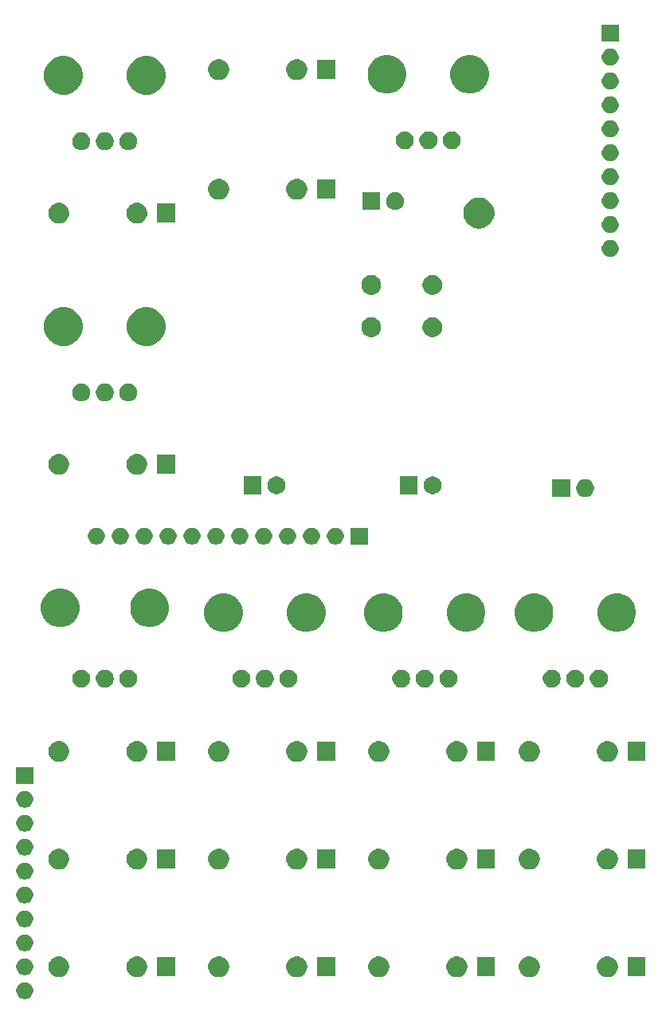
<source format=gbr>
G04 #@! TF.GenerationSoftware,KiCad,Pcbnew,(5.1.6)-1*
G04 #@! TF.CreationDate,2021-08-06T14:08:10+02:00*
G04 #@! TF.ProjectId,NanoGris,4e616e6f-4772-4697-932e-6b696361645f,rev?*
G04 #@! TF.SameCoordinates,Original*
G04 #@! TF.FileFunction,Soldermask,Bot*
G04 #@! TF.FilePolarity,Negative*
%FSLAX46Y46*%
G04 Gerber Fmt 4.6, Leading zero omitted, Abs format (unit mm)*
G04 Created by KiCad (PCBNEW (5.1.6)-1) date 2021-08-06 14:08:10*
%MOMM*%
%LPD*%
G01*
G04 APERTURE LIST*
%ADD10C,0.100000*%
G04 APERTURE END LIST*
D10*
G36*
X199503512Y-122293927D02*
G01*
X199652812Y-122323624D01*
X199816784Y-122391544D01*
X199964354Y-122490147D01*
X200089853Y-122615646D01*
X200188456Y-122763216D01*
X200256376Y-122927188D01*
X200291000Y-123101259D01*
X200291000Y-123278741D01*
X200256376Y-123452812D01*
X200188456Y-123616784D01*
X200089853Y-123764354D01*
X199964354Y-123889853D01*
X199816784Y-123988456D01*
X199652812Y-124056376D01*
X199503512Y-124086073D01*
X199478742Y-124091000D01*
X199301258Y-124091000D01*
X199276488Y-124086073D01*
X199127188Y-124056376D01*
X198963216Y-123988456D01*
X198815646Y-123889853D01*
X198690147Y-123764354D01*
X198591544Y-123616784D01*
X198523624Y-123452812D01*
X198489000Y-123278741D01*
X198489000Y-123101259D01*
X198523624Y-122927188D01*
X198591544Y-122763216D01*
X198690147Y-122615646D01*
X198815646Y-122490147D01*
X198963216Y-122391544D01*
X199127188Y-122323624D01*
X199276488Y-122293927D01*
X199301258Y-122289000D01*
X199478742Y-122289000D01*
X199503512Y-122293927D01*
G37*
G36*
X261563655Y-119562591D02*
G01*
X261635525Y-119576887D01*
X261838624Y-119661013D01*
X262021409Y-119783146D01*
X262176854Y-119938591D01*
X262298987Y-120121376D01*
X262383113Y-120324475D01*
X262426000Y-120540084D01*
X262426000Y-120759916D01*
X262383113Y-120975525D01*
X262298987Y-121178624D01*
X262176854Y-121361409D01*
X262021409Y-121516854D01*
X261838624Y-121638987D01*
X261635525Y-121723113D01*
X261563655Y-121737409D01*
X261419918Y-121766000D01*
X261200082Y-121766000D01*
X261056345Y-121737409D01*
X260984475Y-121723113D01*
X260781376Y-121638987D01*
X260598591Y-121516854D01*
X260443146Y-121361409D01*
X260321013Y-121178624D01*
X260236887Y-120975525D01*
X260194000Y-120759916D01*
X260194000Y-120540084D01*
X260236887Y-120324475D01*
X260321013Y-120121376D01*
X260443146Y-119938591D01*
X260598591Y-119783146D01*
X260781376Y-119661013D01*
X260984475Y-119576887D01*
X261056345Y-119562591D01*
X261200082Y-119534000D01*
X261419918Y-119534000D01*
X261563655Y-119562591D01*
G37*
G36*
X220263655Y-119562591D02*
G01*
X220335525Y-119576887D01*
X220538624Y-119661013D01*
X220721409Y-119783146D01*
X220876854Y-119938591D01*
X220998987Y-120121376D01*
X221083113Y-120324475D01*
X221126000Y-120540084D01*
X221126000Y-120759916D01*
X221083113Y-120975525D01*
X220998987Y-121178624D01*
X220876854Y-121361409D01*
X220721409Y-121516854D01*
X220538624Y-121638987D01*
X220335525Y-121723113D01*
X220263655Y-121737409D01*
X220119918Y-121766000D01*
X219900082Y-121766000D01*
X219756345Y-121737409D01*
X219684475Y-121723113D01*
X219481376Y-121638987D01*
X219298591Y-121516854D01*
X219143146Y-121361409D01*
X219021013Y-121178624D01*
X218936887Y-120975525D01*
X218894000Y-120759916D01*
X218894000Y-120540084D01*
X218936887Y-120324475D01*
X219021013Y-120121376D01*
X219143146Y-119938591D01*
X219298591Y-119783146D01*
X219481376Y-119661013D01*
X219684475Y-119576887D01*
X219756345Y-119562591D01*
X219900082Y-119534000D01*
X220119918Y-119534000D01*
X220263655Y-119562591D01*
G37*
G36*
X228563655Y-119562591D02*
G01*
X228635525Y-119576887D01*
X228838624Y-119661013D01*
X229021409Y-119783146D01*
X229176854Y-119938591D01*
X229298987Y-120121376D01*
X229383113Y-120324475D01*
X229426000Y-120540084D01*
X229426000Y-120759916D01*
X229383113Y-120975525D01*
X229298987Y-121178624D01*
X229176854Y-121361409D01*
X229021409Y-121516854D01*
X228838624Y-121638987D01*
X228635525Y-121723113D01*
X228563655Y-121737409D01*
X228419918Y-121766000D01*
X228200082Y-121766000D01*
X228056345Y-121737409D01*
X227984475Y-121723113D01*
X227781376Y-121638987D01*
X227598591Y-121516854D01*
X227443146Y-121361409D01*
X227321013Y-121178624D01*
X227236887Y-120975525D01*
X227194000Y-120759916D01*
X227194000Y-120540084D01*
X227236887Y-120324475D01*
X227321013Y-120121376D01*
X227443146Y-119938591D01*
X227598591Y-119783146D01*
X227781376Y-119661013D01*
X227984475Y-119576887D01*
X228056345Y-119562591D01*
X228200082Y-119534000D01*
X228419918Y-119534000D01*
X228563655Y-119562591D01*
G37*
G36*
X203263655Y-119562591D02*
G01*
X203335525Y-119576887D01*
X203538624Y-119661013D01*
X203721409Y-119783146D01*
X203876854Y-119938591D01*
X203998987Y-120121376D01*
X204083113Y-120324475D01*
X204126000Y-120540084D01*
X204126000Y-120759916D01*
X204083113Y-120975525D01*
X203998987Y-121178624D01*
X203876854Y-121361409D01*
X203721409Y-121516854D01*
X203538624Y-121638987D01*
X203335525Y-121723113D01*
X203263655Y-121737409D01*
X203119918Y-121766000D01*
X202900082Y-121766000D01*
X202756345Y-121737409D01*
X202684475Y-121723113D01*
X202481376Y-121638987D01*
X202298591Y-121516854D01*
X202143146Y-121361409D01*
X202021013Y-121178624D01*
X201936887Y-120975525D01*
X201894000Y-120759916D01*
X201894000Y-120540084D01*
X201936887Y-120324475D01*
X202021013Y-120121376D01*
X202143146Y-119938591D01*
X202298591Y-119783146D01*
X202481376Y-119661013D01*
X202684475Y-119576887D01*
X202756345Y-119562591D01*
X202900082Y-119534000D01*
X203119918Y-119534000D01*
X203263655Y-119562591D01*
G37*
G36*
X253263655Y-119562591D02*
G01*
X253335525Y-119576887D01*
X253538624Y-119661013D01*
X253721409Y-119783146D01*
X253876854Y-119938591D01*
X253998987Y-120121376D01*
X254083113Y-120324475D01*
X254126000Y-120540084D01*
X254126000Y-120759916D01*
X254083113Y-120975525D01*
X253998987Y-121178624D01*
X253876854Y-121361409D01*
X253721409Y-121516854D01*
X253538624Y-121638987D01*
X253335525Y-121723113D01*
X253263655Y-121737409D01*
X253119918Y-121766000D01*
X252900082Y-121766000D01*
X252756345Y-121737409D01*
X252684475Y-121723113D01*
X252481376Y-121638987D01*
X252298591Y-121516854D01*
X252143146Y-121361409D01*
X252021013Y-121178624D01*
X251936887Y-120975525D01*
X251894000Y-120759916D01*
X251894000Y-120540084D01*
X251936887Y-120324475D01*
X252021013Y-120121376D01*
X252143146Y-119938591D01*
X252298591Y-119783146D01*
X252481376Y-119661013D01*
X252684475Y-119576887D01*
X252756345Y-119562591D01*
X252900082Y-119534000D01*
X253119918Y-119534000D01*
X253263655Y-119562591D01*
G37*
G36*
X237263655Y-119562591D02*
G01*
X237335525Y-119576887D01*
X237538624Y-119661013D01*
X237721409Y-119783146D01*
X237876854Y-119938591D01*
X237998987Y-120121376D01*
X238083113Y-120324475D01*
X238126000Y-120540084D01*
X238126000Y-120759916D01*
X238083113Y-120975525D01*
X237998987Y-121178624D01*
X237876854Y-121361409D01*
X237721409Y-121516854D01*
X237538624Y-121638987D01*
X237335525Y-121723113D01*
X237263655Y-121737409D01*
X237119918Y-121766000D01*
X236900082Y-121766000D01*
X236756345Y-121737409D01*
X236684475Y-121723113D01*
X236481376Y-121638987D01*
X236298591Y-121516854D01*
X236143146Y-121361409D01*
X236021013Y-121178624D01*
X235936887Y-120975525D01*
X235894000Y-120759916D01*
X235894000Y-120540084D01*
X235936887Y-120324475D01*
X236021013Y-120121376D01*
X236143146Y-119938591D01*
X236298591Y-119783146D01*
X236481376Y-119661013D01*
X236684475Y-119576887D01*
X236756345Y-119562591D01*
X236900082Y-119534000D01*
X237119918Y-119534000D01*
X237263655Y-119562591D01*
G37*
G36*
X245563655Y-119562591D02*
G01*
X245635525Y-119576887D01*
X245838624Y-119661013D01*
X246021409Y-119783146D01*
X246176854Y-119938591D01*
X246298987Y-120121376D01*
X246383113Y-120324475D01*
X246426000Y-120540084D01*
X246426000Y-120759916D01*
X246383113Y-120975525D01*
X246298987Y-121178624D01*
X246176854Y-121361409D01*
X246021409Y-121516854D01*
X245838624Y-121638987D01*
X245635525Y-121723113D01*
X245563655Y-121737409D01*
X245419918Y-121766000D01*
X245200082Y-121766000D01*
X245056345Y-121737409D01*
X244984475Y-121723113D01*
X244781376Y-121638987D01*
X244598591Y-121516854D01*
X244443146Y-121361409D01*
X244321013Y-121178624D01*
X244236887Y-120975525D01*
X244194000Y-120759916D01*
X244194000Y-120540084D01*
X244236887Y-120324475D01*
X244321013Y-120121376D01*
X244443146Y-119938591D01*
X244598591Y-119783146D01*
X244781376Y-119661013D01*
X244984475Y-119576887D01*
X245056345Y-119562591D01*
X245200082Y-119534000D01*
X245419918Y-119534000D01*
X245563655Y-119562591D01*
G37*
G36*
X211563655Y-119562591D02*
G01*
X211635525Y-119576887D01*
X211838624Y-119661013D01*
X212021409Y-119783146D01*
X212176854Y-119938591D01*
X212298987Y-120121376D01*
X212383113Y-120324475D01*
X212426000Y-120540084D01*
X212426000Y-120759916D01*
X212383113Y-120975525D01*
X212298987Y-121178624D01*
X212176854Y-121361409D01*
X212021409Y-121516854D01*
X211838624Y-121638987D01*
X211635525Y-121723113D01*
X211563655Y-121737409D01*
X211419918Y-121766000D01*
X211200082Y-121766000D01*
X211056345Y-121737409D01*
X210984475Y-121723113D01*
X210781376Y-121638987D01*
X210598591Y-121516854D01*
X210443146Y-121361409D01*
X210321013Y-121178624D01*
X210236887Y-120975525D01*
X210194000Y-120759916D01*
X210194000Y-120540084D01*
X210236887Y-120324475D01*
X210321013Y-120121376D01*
X210443146Y-119938591D01*
X210598591Y-119783146D01*
X210781376Y-119661013D01*
X210984475Y-119576887D01*
X211056345Y-119562591D01*
X211200082Y-119534000D01*
X211419918Y-119534000D01*
X211563655Y-119562591D01*
G37*
G36*
X249376000Y-121666000D02*
G01*
X247444000Y-121666000D01*
X247444000Y-119634000D01*
X249376000Y-119634000D01*
X249376000Y-121666000D01*
G37*
G36*
X265376000Y-121666000D02*
G01*
X263444000Y-121666000D01*
X263444000Y-119634000D01*
X265376000Y-119634000D01*
X265376000Y-121666000D01*
G37*
G36*
X215376000Y-121666000D02*
G01*
X213444000Y-121666000D01*
X213444000Y-119634000D01*
X215376000Y-119634000D01*
X215376000Y-121666000D01*
G37*
G36*
X232376000Y-121666000D02*
G01*
X230444000Y-121666000D01*
X230444000Y-119634000D01*
X232376000Y-119634000D01*
X232376000Y-121666000D01*
G37*
G36*
X199503512Y-119753927D02*
G01*
X199652812Y-119783624D01*
X199816784Y-119851544D01*
X199964354Y-119950147D01*
X200089853Y-120075646D01*
X200188456Y-120223216D01*
X200256376Y-120387188D01*
X200291000Y-120561259D01*
X200291000Y-120738741D01*
X200256376Y-120912812D01*
X200188456Y-121076784D01*
X200089853Y-121224354D01*
X199964354Y-121349853D01*
X199816784Y-121448456D01*
X199652812Y-121516376D01*
X199503512Y-121546073D01*
X199478742Y-121551000D01*
X199301258Y-121551000D01*
X199276488Y-121546073D01*
X199127188Y-121516376D01*
X198963216Y-121448456D01*
X198815646Y-121349853D01*
X198690147Y-121224354D01*
X198591544Y-121076784D01*
X198523624Y-120912812D01*
X198489000Y-120738741D01*
X198489000Y-120561259D01*
X198523624Y-120387188D01*
X198591544Y-120223216D01*
X198690147Y-120075646D01*
X198815646Y-119950147D01*
X198963216Y-119851544D01*
X199127188Y-119783624D01*
X199276488Y-119753927D01*
X199301258Y-119749000D01*
X199478742Y-119749000D01*
X199503512Y-119753927D01*
G37*
G36*
X199503512Y-117213927D02*
G01*
X199652812Y-117243624D01*
X199816784Y-117311544D01*
X199964354Y-117410147D01*
X200089853Y-117535646D01*
X200188456Y-117683216D01*
X200256376Y-117847188D01*
X200291000Y-118021259D01*
X200291000Y-118198741D01*
X200256376Y-118372812D01*
X200188456Y-118536784D01*
X200089853Y-118684354D01*
X199964354Y-118809853D01*
X199816784Y-118908456D01*
X199652812Y-118976376D01*
X199503512Y-119006073D01*
X199478742Y-119011000D01*
X199301258Y-119011000D01*
X199276488Y-119006073D01*
X199127188Y-118976376D01*
X198963216Y-118908456D01*
X198815646Y-118809853D01*
X198690147Y-118684354D01*
X198591544Y-118536784D01*
X198523624Y-118372812D01*
X198489000Y-118198741D01*
X198489000Y-118021259D01*
X198523624Y-117847188D01*
X198591544Y-117683216D01*
X198690147Y-117535646D01*
X198815646Y-117410147D01*
X198963216Y-117311544D01*
X199127188Y-117243624D01*
X199276488Y-117213927D01*
X199301258Y-117209000D01*
X199478742Y-117209000D01*
X199503512Y-117213927D01*
G37*
G36*
X199503512Y-114673927D02*
G01*
X199652812Y-114703624D01*
X199816784Y-114771544D01*
X199964354Y-114870147D01*
X200089853Y-114995646D01*
X200188456Y-115143216D01*
X200256376Y-115307188D01*
X200291000Y-115481259D01*
X200291000Y-115658741D01*
X200256376Y-115832812D01*
X200188456Y-115996784D01*
X200089853Y-116144354D01*
X199964354Y-116269853D01*
X199816784Y-116368456D01*
X199652812Y-116436376D01*
X199503512Y-116466073D01*
X199478742Y-116471000D01*
X199301258Y-116471000D01*
X199276488Y-116466073D01*
X199127188Y-116436376D01*
X198963216Y-116368456D01*
X198815646Y-116269853D01*
X198690147Y-116144354D01*
X198591544Y-115996784D01*
X198523624Y-115832812D01*
X198489000Y-115658741D01*
X198489000Y-115481259D01*
X198523624Y-115307188D01*
X198591544Y-115143216D01*
X198690147Y-114995646D01*
X198815646Y-114870147D01*
X198963216Y-114771544D01*
X199127188Y-114703624D01*
X199276488Y-114673927D01*
X199301258Y-114669000D01*
X199478742Y-114669000D01*
X199503512Y-114673927D01*
G37*
G36*
X199503512Y-112133927D02*
G01*
X199652812Y-112163624D01*
X199816784Y-112231544D01*
X199964354Y-112330147D01*
X200089853Y-112455646D01*
X200188456Y-112603216D01*
X200256376Y-112767188D01*
X200291000Y-112941259D01*
X200291000Y-113118741D01*
X200256376Y-113292812D01*
X200188456Y-113456784D01*
X200089853Y-113604354D01*
X199964354Y-113729853D01*
X199816784Y-113828456D01*
X199652812Y-113896376D01*
X199503512Y-113926073D01*
X199478742Y-113931000D01*
X199301258Y-113931000D01*
X199276488Y-113926073D01*
X199127188Y-113896376D01*
X198963216Y-113828456D01*
X198815646Y-113729853D01*
X198690147Y-113604354D01*
X198591544Y-113456784D01*
X198523624Y-113292812D01*
X198489000Y-113118741D01*
X198489000Y-112941259D01*
X198523624Y-112767188D01*
X198591544Y-112603216D01*
X198690147Y-112455646D01*
X198815646Y-112330147D01*
X198963216Y-112231544D01*
X199127188Y-112163624D01*
X199276488Y-112133927D01*
X199301258Y-112129000D01*
X199478742Y-112129000D01*
X199503512Y-112133927D01*
G37*
G36*
X199503512Y-109593927D02*
G01*
X199652812Y-109623624D01*
X199816784Y-109691544D01*
X199964354Y-109790147D01*
X200089853Y-109915646D01*
X200188456Y-110063216D01*
X200256376Y-110227188D01*
X200291000Y-110401259D01*
X200291000Y-110578741D01*
X200256376Y-110752812D01*
X200188456Y-110916784D01*
X200089853Y-111064354D01*
X199964354Y-111189853D01*
X199816784Y-111288456D01*
X199652812Y-111356376D01*
X199503512Y-111386073D01*
X199478742Y-111391000D01*
X199301258Y-111391000D01*
X199276488Y-111386073D01*
X199127188Y-111356376D01*
X198963216Y-111288456D01*
X198815646Y-111189853D01*
X198690147Y-111064354D01*
X198591544Y-110916784D01*
X198523624Y-110752812D01*
X198489000Y-110578741D01*
X198489000Y-110401259D01*
X198523624Y-110227188D01*
X198591544Y-110063216D01*
X198690147Y-109915646D01*
X198815646Y-109790147D01*
X198963216Y-109691544D01*
X199127188Y-109623624D01*
X199276488Y-109593927D01*
X199301258Y-109589000D01*
X199478742Y-109589000D01*
X199503512Y-109593927D01*
G37*
G36*
X220263655Y-108132591D02*
G01*
X220335525Y-108146887D01*
X220538624Y-108231013D01*
X220721409Y-108353146D01*
X220876854Y-108508591D01*
X220998987Y-108691376D01*
X221083113Y-108894475D01*
X221126000Y-109110084D01*
X221126000Y-109329916D01*
X221083113Y-109545525D01*
X220998987Y-109748624D01*
X220876854Y-109931409D01*
X220721409Y-110086854D01*
X220538624Y-110208987D01*
X220335525Y-110293113D01*
X220263655Y-110307409D01*
X220119918Y-110336000D01*
X219900082Y-110336000D01*
X219756345Y-110307409D01*
X219684475Y-110293113D01*
X219481376Y-110208987D01*
X219298591Y-110086854D01*
X219143146Y-109931409D01*
X219021013Y-109748624D01*
X218936887Y-109545525D01*
X218894000Y-109329916D01*
X218894000Y-109110084D01*
X218936887Y-108894475D01*
X219021013Y-108691376D01*
X219143146Y-108508591D01*
X219298591Y-108353146D01*
X219481376Y-108231013D01*
X219684475Y-108146887D01*
X219756345Y-108132591D01*
X219900082Y-108104000D01*
X220119918Y-108104000D01*
X220263655Y-108132591D01*
G37*
G36*
X203263655Y-108132591D02*
G01*
X203335525Y-108146887D01*
X203538624Y-108231013D01*
X203721409Y-108353146D01*
X203876854Y-108508591D01*
X203998987Y-108691376D01*
X204083113Y-108894475D01*
X204126000Y-109110084D01*
X204126000Y-109329916D01*
X204083113Y-109545525D01*
X203998987Y-109748624D01*
X203876854Y-109931409D01*
X203721409Y-110086854D01*
X203538624Y-110208987D01*
X203335525Y-110293113D01*
X203263655Y-110307409D01*
X203119918Y-110336000D01*
X202900082Y-110336000D01*
X202756345Y-110307409D01*
X202684475Y-110293113D01*
X202481376Y-110208987D01*
X202298591Y-110086854D01*
X202143146Y-109931409D01*
X202021013Y-109748624D01*
X201936887Y-109545525D01*
X201894000Y-109329916D01*
X201894000Y-109110084D01*
X201936887Y-108894475D01*
X202021013Y-108691376D01*
X202143146Y-108508591D01*
X202298591Y-108353146D01*
X202481376Y-108231013D01*
X202684475Y-108146887D01*
X202756345Y-108132591D01*
X202900082Y-108104000D01*
X203119918Y-108104000D01*
X203263655Y-108132591D01*
G37*
G36*
X211563655Y-108132591D02*
G01*
X211635525Y-108146887D01*
X211838624Y-108231013D01*
X212021409Y-108353146D01*
X212176854Y-108508591D01*
X212298987Y-108691376D01*
X212383113Y-108894475D01*
X212426000Y-109110084D01*
X212426000Y-109329916D01*
X212383113Y-109545525D01*
X212298987Y-109748624D01*
X212176854Y-109931409D01*
X212021409Y-110086854D01*
X211838624Y-110208987D01*
X211635525Y-110293113D01*
X211563655Y-110307409D01*
X211419918Y-110336000D01*
X211200082Y-110336000D01*
X211056345Y-110307409D01*
X210984475Y-110293113D01*
X210781376Y-110208987D01*
X210598591Y-110086854D01*
X210443146Y-109931409D01*
X210321013Y-109748624D01*
X210236887Y-109545525D01*
X210194000Y-109329916D01*
X210194000Y-109110084D01*
X210236887Y-108894475D01*
X210321013Y-108691376D01*
X210443146Y-108508591D01*
X210598591Y-108353146D01*
X210781376Y-108231013D01*
X210984475Y-108146887D01*
X211056345Y-108132591D01*
X211200082Y-108104000D01*
X211419918Y-108104000D01*
X211563655Y-108132591D01*
G37*
G36*
X237263655Y-108132591D02*
G01*
X237335525Y-108146887D01*
X237538624Y-108231013D01*
X237721409Y-108353146D01*
X237876854Y-108508591D01*
X237998987Y-108691376D01*
X238083113Y-108894475D01*
X238126000Y-109110084D01*
X238126000Y-109329916D01*
X238083113Y-109545525D01*
X237998987Y-109748624D01*
X237876854Y-109931409D01*
X237721409Y-110086854D01*
X237538624Y-110208987D01*
X237335525Y-110293113D01*
X237263655Y-110307409D01*
X237119918Y-110336000D01*
X236900082Y-110336000D01*
X236756345Y-110307409D01*
X236684475Y-110293113D01*
X236481376Y-110208987D01*
X236298591Y-110086854D01*
X236143146Y-109931409D01*
X236021013Y-109748624D01*
X235936887Y-109545525D01*
X235894000Y-109329916D01*
X235894000Y-109110084D01*
X235936887Y-108894475D01*
X236021013Y-108691376D01*
X236143146Y-108508591D01*
X236298591Y-108353146D01*
X236481376Y-108231013D01*
X236684475Y-108146887D01*
X236756345Y-108132591D01*
X236900082Y-108104000D01*
X237119918Y-108104000D01*
X237263655Y-108132591D01*
G37*
G36*
X245563655Y-108132591D02*
G01*
X245635525Y-108146887D01*
X245838624Y-108231013D01*
X246021409Y-108353146D01*
X246176854Y-108508591D01*
X246298987Y-108691376D01*
X246383113Y-108894475D01*
X246426000Y-109110084D01*
X246426000Y-109329916D01*
X246383113Y-109545525D01*
X246298987Y-109748624D01*
X246176854Y-109931409D01*
X246021409Y-110086854D01*
X245838624Y-110208987D01*
X245635525Y-110293113D01*
X245563655Y-110307409D01*
X245419918Y-110336000D01*
X245200082Y-110336000D01*
X245056345Y-110307409D01*
X244984475Y-110293113D01*
X244781376Y-110208987D01*
X244598591Y-110086854D01*
X244443146Y-109931409D01*
X244321013Y-109748624D01*
X244236887Y-109545525D01*
X244194000Y-109329916D01*
X244194000Y-109110084D01*
X244236887Y-108894475D01*
X244321013Y-108691376D01*
X244443146Y-108508591D01*
X244598591Y-108353146D01*
X244781376Y-108231013D01*
X244984475Y-108146887D01*
X245056345Y-108132591D01*
X245200082Y-108104000D01*
X245419918Y-108104000D01*
X245563655Y-108132591D01*
G37*
G36*
X228563655Y-108132591D02*
G01*
X228635525Y-108146887D01*
X228838624Y-108231013D01*
X229021409Y-108353146D01*
X229176854Y-108508591D01*
X229298987Y-108691376D01*
X229383113Y-108894475D01*
X229426000Y-109110084D01*
X229426000Y-109329916D01*
X229383113Y-109545525D01*
X229298987Y-109748624D01*
X229176854Y-109931409D01*
X229021409Y-110086854D01*
X228838624Y-110208987D01*
X228635525Y-110293113D01*
X228563655Y-110307409D01*
X228419918Y-110336000D01*
X228200082Y-110336000D01*
X228056345Y-110307409D01*
X227984475Y-110293113D01*
X227781376Y-110208987D01*
X227598591Y-110086854D01*
X227443146Y-109931409D01*
X227321013Y-109748624D01*
X227236887Y-109545525D01*
X227194000Y-109329916D01*
X227194000Y-109110084D01*
X227236887Y-108894475D01*
X227321013Y-108691376D01*
X227443146Y-108508591D01*
X227598591Y-108353146D01*
X227781376Y-108231013D01*
X227984475Y-108146887D01*
X228056345Y-108132591D01*
X228200082Y-108104000D01*
X228419918Y-108104000D01*
X228563655Y-108132591D01*
G37*
G36*
X261563655Y-108132591D02*
G01*
X261635525Y-108146887D01*
X261838624Y-108231013D01*
X262021409Y-108353146D01*
X262176854Y-108508591D01*
X262298987Y-108691376D01*
X262383113Y-108894475D01*
X262426000Y-109110084D01*
X262426000Y-109329916D01*
X262383113Y-109545525D01*
X262298987Y-109748624D01*
X262176854Y-109931409D01*
X262021409Y-110086854D01*
X261838624Y-110208987D01*
X261635525Y-110293113D01*
X261563655Y-110307409D01*
X261419918Y-110336000D01*
X261200082Y-110336000D01*
X261056345Y-110307409D01*
X260984475Y-110293113D01*
X260781376Y-110208987D01*
X260598591Y-110086854D01*
X260443146Y-109931409D01*
X260321013Y-109748624D01*
X260236887Y-109545525D01*
X260194000Y-109329916D01*
X260194000Y-109110084D01*
X260236887Y-108894475D01*
X260321013Y-108691376D01*
X260443146Y-108508591D01*
X260598591Y-108353146D01*
X260781376Y-108231013D01*
X260984475Y-108146887D01*
X261056345Y-108132591D01*
X261200082Y-108104000D01*
X261419918Y-108104000D01*
X261563655Y-108132591D01*
G37*
G36*
X253263655Y-108132591D02*
G01*
X253335525Y-108146887D01*
X253538624Y-108231013D01*
X253721409Y-108353146D01*
X253876854Y-108508591D01*
X253998987Y-108691376D01*
X254083113Y-108894475D01*
X254126000Y-109110084D01*
X254126000Y-109329916D01*
X254083113Y-109545525D01*
X253998987Y-109748624D01*
X253876854Y-109931409D01*
X253721409Y-110086854D01*
X253538624Y-110208987D01*
X253335525Y-110293113D01*
X253263655Y-110307409D01*
X253119918Y-110336000D01*
X252900082Y-110336000D01*
X252756345Y-110307409D01*
X252684475Y-110293113D01*
X252481376Y-110208987D01*
X252298591Y-110086854D01*
X252143146Y-109931409D01*
X252021013Y-109748624D01*
X251936887Y-109545525D01*
X251894000Y-109329916D01*
X251894000Y-109110084D01*
X251936887Y-108894475D01*
X252021013Y-108691376D01*
X252143146Y-108508591D01*
X252298591Y-108353146D01*
X252481376Y-108231013D01*
X252684475Y-108146887D01*
X252756345Y-108132591D01*
X252900082Y-108104000D01*
X253119918Y-108104000D01*
X253263655Y-108132591D01*
G37*
G36*
X265376000Y-110236000D02*
G01*
X263444000Y-110236000D01*
X263444000Y-108204000D01*
X265376000Y-108204000D01*
X265376000Y-110236000D01*
G37*
G36*
X232376000Y-110236000D02*
G01*
X230444000Y-110236000D01*
X230444000Y-108204000D01*
X232376000Y-108204000D01*
X232376000Y-110236000D01*
G37*
G36*
X215376000Y-110236000D02*
G01*
X213444000Y-110236000D01*
X213444000Y-108204000D01*
X215376000Y-108204000D01*
X215376000Y-110236000D01*
G37*
G36*
X249376000Y-110236000D02*
G01*
X247444000Y-110236000D01*
X247444000Y-108204000D01*
X249376000Y-108204000D01*
X249376000Y-110236000D01*
G37*
G36*
X199503512Y-107053927D02*
G01*
X199652812Y-107083624D01*
X199816784Y-107151544D01*
X199964354Y-107250147D01*
X200089853Y-107375646D01*
X200188456Y-107523216D01*
X200256376Y-107687188D01*
X200291000Y-107861259D01*
X200291000Y-108038741D01*
X200256376Y-108212812D01*
X200188456Y-108376784D01*
X200089853Y-108524354D01*
X199964354Y-108649853D01*
X199816784Y-108748456D01*
X199652812Y-108816376D01*
X199503512Y-108846073D01*
X199478742Y-108851000D01*
X199301258Y-108851000D01*
X199276488Y-108846073D01*
X199127188Y-108816376D01*
X198963216Y-108748456D01*
X198815646Y-108649853D01*
X198690147Y-108524354D01*
X198591544Y-108376784D01*
X198523624Y-108212812D01*
X198489000Y-108038741D01*
X198489000Y-107861259D01*
X198523624Y-107687188D01*
X198591544Y-107523216D01*
X198690147Y-107375646D01*
X198815646Y-107250147D01*
X198963216Y-107151544D01*
X199127188Y-107083624D01*
X199276488Y-107053927D01*
X199301258Y-107049000D01*
X199478742Y-107049000D01*
X199503512Y-107053927D01*
G37*
G36*
X199503512Y-104513927D02*
G01*
X199652812Y-104543624D01*
X199816784Y-104611544D01*
X199964354Y-104710147D01*
X200089853Y-104835646D01*
X200188456Y-104983216D01*
X200256376Y-105147188D01*
X200291000Y-105321259D01*
X200291000Y-105498741D01*
X200256376Y-105672812D01*
X200188456Y-105836784D01*
X200089853Y-105984354D01*
X199964354Y-106109853D01*
X199816784Y-106208456D01*
X199652812Y-106276376D01*
X199503512Y-106306073D01*
X199478742Y-106311000D01*
X199301258Y-106311000D01*
X199276488Y-106306073D01*
X199127188Y-106276376D01*
X198963216Y-106208456D01*
X198815646Y-106109853D01*
X198690147Y-105984354D01*
X198591544Y-105836784D01*
X198523624Y-105672812D01*
X198489000Y-105498741D01*
X198489000Y-105321259D01*
X198523624Y-105147188D01*
X198591544Y-104983216D01*
X198690147Y-104835646D01*
X198815646Y-104710147D01*
X198963216Y-104611544D01*
X199127188Y-104543624D01*
X199276488Y-104513927D01*
X199301258Y-104509000D01*
X199478742Y-104509000D01*
X199503512Y-104513927D01*
G37*
G36*
X199503512Y-101973927D02*
G01*
X199652812Y-102003624D01*
X199816784Y-102071544D01*
X199964354Y-102170147D01*
X200089853Y-102295646D01*
X200188456Y-102443216D01*
X200256376Y-102607188D01*
X200291000Y-102781259D01*
X200291000Y-102958741D01*
X200256376Y-103132812D01*
X200188456Y-103296784D01*
X200089853Y-103444354D01*
X199964354Y-103569853D01*
X199816784Y-103668456D01*
X199652812Y-103736376D01*
X199503512Y-103766073D01*
X199478742Y-103771000D01*
X199301258Y-103771000D01*
X199276488Y-103766073D01*
X199127188Y-103736376D01*
X198963216Y-103668456D01*
X198815646Y-103569853D01*
X198690147Y-103444354D01*
X198591544Y-103296784D01*
X198523624Y-103132812D01*
X198489000Y-102958741D01*
X198489000Y-102781259D01*
X198523624Y-102607188D01*
X198591544Y-102443216D01*
X198690147Y-102295646D01*
X198815646Y-102170147D01*
X198963216Y-102071544D01*
X199127188Y-102003624D01*
X199276488Y-101973927D01*
X199301258Y-101969000D01*
X199478742Y-101969000D01*
X199503512Y-101973927D01*
G37*
G36*
X200291000Y-101231000D02*
G01*
X198489000Y-101231000D01*
X198489000Y-99429000D01*
X200291000Y-99429000D01*
X200291000Y-101231000D01*
G37*
G36*
X245563655Y-96702591D02*
G01*
X245635525Y-96716887D01*
X245838624Y-96801013D01*
X246021409Y-96923146D01*
X246176854Y-97078591D01*
X246298987Y-97261376D01*
X246383113Y-97464475D01*
X246426000Y-97680084D01*
X246426000Y-97899916D01*
X246383113Y-98115525D01*
X246298987Y-98318624D01*
X246176854Y-98501409D01*
X246021409Y-98656854D01*
X245838624Y-98778987D01*
X245635525Y-98863113D01*
X245563655Y-98877409D01*
X245419918Y-98906000D01*
X245200082Y-98906000D01*
X245056345Y-98877409D01*
X244984475Y-98863113D01*
X244781376Y-98778987D01*
X244598591Y-98656854D01*
X244443146Y-98501409D01*
X244321013Y-98318624D01*
X244236887Y-98115525D01*
X244194000Y-97899916D01*
X244194000Y-97680084D01*
X244236887Y-97464475D01*
X244321013Y-97261376D01*
X244443146Y-97078591D01*
X244598591Y-96923146D01*
X244781376Y-96801013D01*
X244984475Y-96716887D01*
X245056345Y-96702591D01*
X245200082Y-96674000D01*
X245419918Y-96674000D01*
X245563655Y-96702591D01*
G37*
G36*
X237263655Y-96702591D02*
G01*
X237335525Y-96716887D01*
X237538624Y-96801013D01*
X237721409Y-96923146D01*
X237876854Y-97078591D01*
X237998987Y-97261376D01*
X238083113Y-97464475D01*
X238126000Y-97680084D01*
X238126000Y-97899916D01*
X238083113Y-98115525D01*
X237998987Y-98318624D01*
X237876854Y-98501409D01*
X237721409Y-98656854D01*
X237538624Y-98778987D01*
X237335525Y-98863113D01*
X237263655Y-98877409D01*
X237119918Y-98906000D01*
X236900082Y-98906000D01*
X236756345Y-98877409D01*
X236684475Y-98863113D01*
X236481376Y-98778987D01*
X236298591Y-98656854D01*
X236143146Y-98501409D01*
X236021013Y-98318624D01*
X235936887Y-98115525D01*
X235894000Y-97899916D01*
X235894000Y-97680084D01*
X235936887Y-97464475D01*
X236021013Y-97261376D01*
X236143146Y-97078591D01*
X236298591Y-96923146D01*
X236481376Y-96801013D01*
X236684475Y-96716887D01*
X236756345Y-96702591D01*
X236900082Y-96674000D01*
X237119918Y-96674000D01*
X237263655Y-96702591D01*
G37*
G36*
X228563655Y-96702591D02*
G01*
X228635525Y-96716887D01*
X228838624Y-96801013D01*
X229021409Y-96923146D01*
X229176854Y-97078591D01*
X229298987Y-97261376D01*
X229383113Y-97464475D01*
X229426000Y-97680084D01*
X229426000Y-97899916D01*
X229383113Y-98115525D01*
X229298987Y-98318624D01*
X229176854Y-98501409D01*
X229021409Y-98656854D01*
X228838624Y-98778987D01*
X228635525Y-98863113D01*
X228563655Y-98877409D01*
X228419918Y-98906000D01*
X228200082Y-98906000D01*
X228056345Y-98877409D01*
X227984475Y-98863113D01*
X227781376Y-98778987D01*
X227598591Y-98656854D01*
X227443146Y-98501409D01*
X227321013Y-98318624D01*
X227236887Y-98115525D01*
X227194000Y-97899916D01*
X227194000Y-97680084D01*
X227236887Y-97464475D01*
X227321013Y-97261376D01*
X227443146Y-97078591D01*
X227598591Y-96923146D01*
X227781376Y-96801013D01*
X227984475Y-96716887D01*
X228056345Y-96702591D01*
X228200082Y-96674000D01*
X228419918Y-96674000D01*
X228563655Y-96702591D01*
G37*
G36*
X261563655Y-96702591D02*
G01*
X261635525Y-96716887D01*
X261838624Y-96801013D01*
X262021409Y-96923146D01*
X262176854Y-97078591D01*
X262298987Y-97261376D01*
X262383113Y-97464475D01*
X262426000Y-97680084D01*
X262426000Y-97899916D01*
X262383113Y-98115525D01*
X262298987Y-98318624D01*
X262176854Y-98501409D01*
X262021409Y-98656854D01*
X261838624Y-98778987D01*
X261635525Y-98863113D01*
X261563655Y-98877409D01*
X261419918Y-98906000D01*
X261200082Y-98906000D01*
X261056345Y-98877409D01*
X260984475Y-98863113D01*
X260781376Y-98778987D01*
X260598591Y-98656854D01*
X260443146Y-98501409D01*
X260321013Y-98318624D01*
X260236887Y-98115525D01*
X260194000Y-97899916D01*
X260194000Y-97680084D01*
X260236887Y-97464475D01*
X260321013Y-97261376D01*
X260443146Y-97078591D01*
X260598591Y-96923146D01*
X260781376Y-96801013D01*
X260984475Y-96716887D01*
X261056345Y-96702591D01*
X261200082Y-96674000D01*
X261419918Y-96674000D01*
X261563655Y-96702591D01*
G37*
G36*
X203263655Y-96702591D02*
G01*
X203335525Y-96716887D01*
X203538624Y-96801013D01*
X203721409Y-96923146D01*
X203876854Y-97078591D01*
X203998987Y-97261376D01*
X204083113Y-97464475D01*
X204126000Y-97680084D01*
X204126000Y-97899916D01*
X204083113Y-98115525D01*
X203998987Y-98318624D01*
X203876854Y-98501409D01*
X203721409Y-98656854D01*
X203538624Y-98778987D01*
X203335525Y-98863113D01*
X203263655Y-98877409D01*
X203119918Y-98906000D01*
X202900082Y-98906000D01*
X202756345Y-98877409D01*
X202684475Y-98863113D01*
X202481376Y-98778987D01*
X202298591Y-98656854D01*
X202143146Y-98501409D01*
X202021013Y-98318624D01*
X201936887Y-98115525D01*
X201894000Y-97899916D01*
X201894000Y-97680084D01*
X201936887Y-97464475D01*
X202021013Y-97261376D01*
X202143146Y-97078591D01*
X202298591Y-96923146D01*
X202481376Y-96801013D01*
X202684475Y-96716887D01*
X202756345Y-96702591D01*
X202900082Y-96674000D01*
X203119918Y-96674000D01*
X203263655Y-96702591D01*
G37*
G36*
X220263655Y-96702591D02*
G01*
X220335525Y-96716887D01*
X220538624Y-96801013D01*
X220721409Y-96923146D01*
X220876854Y-97078591D01*
X220998987Y-97261376D01*
X221083113Y-97464475D01*
X221126000Y-97680084D01*
X221126000Y-97899916D01*
X221083113Y-98115525D01*
X220998987Y-98318624D01*
X220876854Y-98501409D01*
X220721409Y-98656854D01*
X220538624Y-98778987D01*
X220335525Y-98863113D01*
X220263655Y-98877409D01*
X220119918Y-98906000D01*
X219900082Y-98906000D01*
X219756345Y-98877409D01*
X219684475Y-98863113D01*
X219481376Y-98778987D01*
X219298591Y-98656854D01*
X219143146Y-98501409D01*
X219021013Y-98318624D01*
X218936887Y-98115525D01*
X218894000Y-97899916D01*
X218894000Y-97680084D01*
X218936887Y-97464475D01*
X219021013Y-97261376D01*
X219143146Y-97078591D01*
X219298591Y-96923146D01*
X219481376Y-96801013D01*
X219684475Y-96716887D01*
X219756345Y-96702591D01*
X219900082Y-96674000D01*
X220119918Y-96674000D01*
X220263655Y-96702591D01*
G37*
G36*
X211563655Y-96702591D02*
G01*
X211635525Y-96716887D01*
X211838624Y-96801013D01*
X212021409Y-96923146D01*
X212176854Y-97078591D01*
X212298987Y-97261376D01*
X212383113Y-97464475D01*
X212426000Y-97680084D01*
X212426000Y-97899916D01*
X212383113Y-98115525D01*
X212298987Y-98318624D01*
X212176854Y-98501409D01*
X212021409Y-98656854D01*
X211838624Y-98778987D01*
X211635525Y-98863113D01*
X211563655Y-98877409D01*
X211419918Y-98906000D01*
X211200082Y-98906000D01*
X211056345Y-98877409D01*
X210984475Y-98863113D01*
X210781376Y-98778987D01*
X210598591Y-98656854D01*
X210443146Y-98501409D01*
X210321013Y-98318624D01*
X210236887Y-98115525D01*
X210194000Y-97899916D01*
X210194000Y-97680084D01*
X210236887Y-97464475D01*
X210321013Y-97261376D01*
X210443146Y-97078591D01*
X210598591Y-96923146D01*
X210781376Y-96801013D01*
X210984475Y-96716887D01*
X211056345Y-96702591D01*
X211200082Y-96674000D01*
X211419918Y-96674000D01*
X211563655Y-96702591D01*
G37*
G36*
X253263655Y-96702591D02*
G01*
X253335525Y-96716887D01*
X253538624Y-96801013D01*
X253721409Y-96923146D01*
X253876854Y-97078591D01*
X253998987Y-97261376D01*
X254083113Y-97464475D01*
X254126000Y-97680084D01*
X254126000Y-97899916D01*
X254083113Y-98115525D01*
X253998987Y-98318624D01*
X253876854Y-98501409D01*
X253721409Y-98656854D01*
X253538624Y-98778987D01*
X253335525Y-98863113D01*
X253263655Y-98877409D01*
X253119918Y-98906000D01*
X252900082Y-98906000D01*
X252756345Y-98877409D01*
X252684475Y-98863113D01*
X252481376Y-98778987D01*
X252298591Y-98656854D01*
X252143146Y-98501409D01*
X252021013Y-98318624D01*
X251936887Y-98115525D01*
X251894000Y-97899916D01*
X251894000Y-97680084D01*
X251936887Y-97464475D01*
X252021013Y-97261376D01*
X252143146Y-97078591D01*
X252298591Y-96923146D01*
X252481376Y-96801013D01*
X252684475Y-96716887D01*
X252756345Y-96702591D01*
X252900082Y-96674000D01*
X253119918Y-96674000D01*
X253263655Y-96702591D01*
G37*
G36*
X215376000Y-98806000D02*
G01*
X213444000Y-98806000D01*
X213444000Y-96774000D01*
X215376000Y-96774000D01*
X215376000Y-98806000D01*
G37*
G36*
X249376000Y-98806000D02*
G01*
X247444000Y-98806000D01*
X247444000Y-96774000D01*
X249376000Y-96774000D01*
X249376000Y-98806000D01*
G37*
G36*
X232376000Y-98806000D02*
G01*
X230444000Y-98806000D01*
X230444000Y-96774000D01*
X232376000Y-96774000D01*
X232376000Y-98806000D01*
G37*
G36*
X265376000Y-98806000D02*
G01*
X263444000Y-98806000D01*
X263444000Y-96774000D01*
X265376000Y-96774000D01*
X265376000Y-98806000D01*
G37*
G36*
X225187395Y-89135546D02*
G01*
X225360466Y-89207234D01*
X225360467Y-89207235D01*
X225516227Y-89311310D01*
X225648690Y-89443773D01*
X225648691Y-89443775D01*
X225752766Y-89599534D01*
X225824454Y-89772605D01*
X225861000Y-89956333D01*
X225861000Y-90143667D01*
X225824454Y-90327395D01*
X225752766Y-90500466D01*
X225752765Y-90500467D01*
X225648690Y-90656227D01*
X225516227Y-90788690D01*
X225437818Y-90841081D01*
X225360466Y-90892766D01*
X225187395Y-90964454D01*
X225003667Y-91001000D01*
X224816333Y-91001000D01*
X224632605Y-90964454D01*
X224459534Y-90892766D01*
X224382182Y-90841081D01*
X224303773Y-90788690D01*
X224171310Y-90656227D01*
X224067235Y-90500467D01*
X224067234Y-90500466D01*
X223995546Y-90327395D01*
X223959000Y-90143667D01*
X223959000Y-89956333D01*
X223995546Y-89772605D01*
X224067234Y-89599534D01*
X224171309Y-89443775D01*
X224171310Y-89443773D01*
X224303773Y-89311310D01*
X224459533Y-89207235D01*
X224459534Y-89207234D01*
X224632605Y-89135546D01*
X224816333Y-89099000D01*
X225003667Y-89099000D01*
X225187395Y-89135546D01*
G37*
G36*
X244687395Y-89135546D02*
G01*
X244860466Y-89207234D01*
X244860467Y-89207235D01*
X245016227Y-89311310D01*
X245148690Y-89443773D01*
X245148691Y-89443775D01*
X245252766Y-89599534D01*
X245324454Y-89772605D01*
X245361000Y-89956333D01*
X245361000Y-90143667D01*
X245324454Y-90327395D01*
X245252766Y-90500466D01*
X245252765Y-90500467D01*
X245148690Y-90656227D01*
X245016227Y-90788690D01*
X244937818Y-90841081D01*
X244860466Y-90892766D01*
X244687395Y-90964454D01*
X244503667Y-91001000D01*
X244316333Y-91001000D01*
X244132605Y-90964454D01*
X243959534Y-90892766D01*
X243882182Y-90841081D01*
X243803773Y-90788690D01*
X243671310Y-90656227D01*
X243567235Y-90500467D01*
X243567234Y-90500466D01*
X243495546Y-90327395D01*
X243459000Y-90143667D01*
X243459000Y-89956333D01*
X243495546Y-89772605D01*
X243567234Y-89599534D01*
X243671309Y-89443775D01*
X243671310Y-89443773D01*
X243803773Y-89311310D01*
X243959533Y-89207235D01*
X243959534Y-89207234D01*
X244132605Y-89135546D01*
X244316333Y-89099000D01*
X244503667Y-89099000D01*
X244687395Y-89135546D01*
G37*
G36*
X205687395Y-89135546D02*
G01*
X205860466Y-89207234D01*
X205860467Y-89207235D01*
X206016227Y-89311310D01*
X206148690Y-89443773D01*
X206148691Y-89443775D01*
X206252766Y-89599534D01*
X206324454Y-89772605D01*
X206361000Y-89956333D01*
X206361000Y-90143667D01*
X206324454Y-90327395D01*
X206252766Y-90500466D01*
X206252765Y-90500467D01*
X206148690Y-90656227D01*
X206016227Y-90788690D01*
X205937818Y-90841081D01*
X205860466Y-90892766D01*
X205687395Y-90964454D01*
X205503667Y-91001000D01*
X205316333Y-91001000D01*
X205132605Y-90964454D01*
X204959534Y-90892766D01*
X204882182Y-90841081D01*
X204803773Y-90788690D01*
X204671310Y-90656227D01*
X204567235Y-90500467D01*
X204567234Y-90500466D01*
X204495546Y-90327395D01*
X204459000Y-90143667D01*
X204459000Y-89956333D01*
X204495546Y-89772605D01*
X204567234Y-89599534D01*
X204671309Y-89443775D01*
X204671310Y-89443773D01*
X204803773Y-89311310D01*
X204959533Y-89207235D01*
X204959534Y-89207234D01*
X205132605Y-89135546D01*
X205316333Y-89099000D01*
X205503667Y-89099000D01*
X205687395Y-89135546D01*
G37*
G36*
X239687395Y-89135546D02*
G01*
X239860466Y-89207234D01*
X239860467Y-89207235D01*
X240016227Y-89311310D01*
X240148690Y-89443773D01*
X240148691Y-89443775D01*
X240252766Y-89599534D01*
X240324454Y-89772605D01*
X240361000Y-89956333D01*
X240361000Y-90143667D01*
X240324454Y-90327395D01*
X240252766Y-90500466D01*
X240252765Y-90500467D01*
X240148690Y-90656227D01*
X240016227Y-90788690D01*
X239937818Y-90841081D01*
X239860466Y-90892766D01*
X239687395Y-90964454D01*
X239503667Y-91001000D01*
X239316333Y-91001000D01*
X239132605Y-90964454D01*
X238959534Y-90892766D01*
X238882182Y-90841081D01*
X238803773Y-90788690D01*
X238671310Y-90656227D01*
X238567235Y-90500467D01*
X238567234Y-90500466D01*
X238495546Y-90327395D01*
X238459000Y-90143667D01*
X238459000Y-89956333D01*
X238495546Y-89772605D01*
X238567234Y-89599534D01*
X238671309Y-89443775D01*
X238671310Y-89443773D01*
X238803773Y-89311310D01*
X238959533Y-89207235D01*
X238959534Y-89207234D01*
X239132605Y-89135546D01*
X239316333Y-89099000D01*
X239503667Y-89099000D01*
X239687395Y-89135546D01*
G37*
G36*
X242187395Y-89135546D02*
G01*
X242360466Y-89207234D01*
X242360467Y-89207235D01*
X242516227Y-89311310D01*
X242648690Y-89443773D01*
X242648691Y-89443775D01*
X242752766Y-89599534D01*
X242824454Y-89772605D01*
X242861000Y-89956333D01*
X242861000Y-90143667D01*
X242824454Y-90327395D01*
X242752766Y-90500466D01*
X242752765Y-90500467D01*
X242648690Y-90656227D01*
X242516227Y-90788690D01*
X242437818Y-90841081D01*
X242360466Y-90892766D01*
X242187395Y-90964454D01*
X242003667Y-91001000D01*
X241816333Y-91001000D01*
X241632605Y-90964454D01*
X241459534Y-90892766D01*
X241382182Y-90841081D01*
X241303773Y-90788690D01*
X241171310Y-90656227D01*
X241067235Y-90500467D01*
X241067234Y-90500466D01*
X240995546Y-90327395D01*
X240959000Y-90143667D01*
X240959000Y-89956333D01*
X240995546Y-89772605D01*
X241067234Y-89599534D01*
X241171309Y-89443775D01*
X241171310Y-89443773D01*
X241303773Y-89311310D01*
X241459533Y-89207235D01*
X241459534Y-89207234D01*
X241632605Y-89135546D01*
X241816333Y-89099000D01*
X242003667Y-89099000D01*
X242187395Y-89135546D01*
G37*
G36*
X208187395Y-89135546D02*
G01*
X208360466Y-89207234D01*
X208360467Y-89207235D01*
X208516227Y-89311310D01*
X208648690Y-89443773D01*
X208648691Y-89443775D01*
X208752766Y-89599534D01*
X208824454Y-89772605D01*
X208861000Y-89956333D01*
X208861000Y-90143667D01*
X208824454Y-90327395D01*
X208752766Y-90500466D01*
X208752765Y-90500467D01*
X208648690Y-90656227D01*
X208516227Y-90788690D01*
X208437818Y-90841081D01*
X208360466Y-90892766D01*
X208187395Y-90964454D01*
X208003667Y-91001000D01*
X207816333Y-91001000D01*
X207632605Y-90964454D01*
X207459534Y-90892766D01*
X207382182Y-90841081D01*
X207303773Y-90788690D01*
X207171310Y-90656227D01*
X207067235Y-90500467D01*
X207067234Y-90500466D01*
X206995546Y-90327395D01*
X206959000Y-90143667D01*
X206959000Y-89956333D01*
X206995546Y-89772605D01*
X207067234Y-89599534D01*
X207171309Y-89443775D01*
X207171310Y-89443773D01*
X207303773Y-89311310D01*
X207459533Y-89207235D01*
X207459534Y-89207234D01*
X207632605Y-89135546D01*
X207816333Y-89099000D01*
X208003667Y-89099000D01*
X208187395Y-89135546D01*
G37*
G36*
X227687395Y-89135546D02*
G01*
X227860466Y-89207234D01*
X227860467Y-89207235D01*
X228016227Y-89311310D01*
X228148690Y-89443773D01*
X228148691Y-89443775D01*
X228252766Y-89599534D01*
X228324454Y-89772605D01*
X228361000Y-89956333D01*
X228361000Y-90143667D01*
X228324454Y-90327395D01*
X228252766Y-90500466D01*
X228252765Y-90500467D01*
X228148690Y-90656227D01*
X228016227Y-90788690D01*
X227937818Y-90841081D01*
X227860466Y-90892766D01*
X227687395Y-90964454D01*
X227503667Y-91001000D01*
X227316333Y-91001000D01*
X227132605Y-90964454D01*
X226959534Y-90892766D01*
X226882182Y-90841081D01*
X226803773Y-90788690D01*
X226671310Y-90656227D01*
X226567235Y-90500467D01*
X226567234Y-90500466D01*
X226495546Y-90327395D01*
X226459000Y-90143667D01*
X226459000Y-89956333D01*
X226495546Y-89772605D01*
X226567234Y-89599534D01*
X226671309Y-89443775D01*
X226671310Y-89443773D01*
X226803773Y-89311310D01*
X226959533Y-89207235D01*
X226959534Y-89207234D01*
X227132605Y-89135546D01*
X227316333Y-89099000D01*
X227503667Y-89099000D01*
X227687395Y-89135546D01*
G37*
G36*
X222687395Y-89135546D02*
G01*
X222860466Y-89207234D01*
X222860467Y-89207235D01*
X223016227Y-89311310D01*
X223148690Y-89443773D01*
X223148691Y-89443775D01*
X223252766Y-89599534D01*
X223324454Y-89772605D01*
X223361000Y-89956333D01*
X223361000Y-90143667D01*
X223324454Y-90327395D01*
X223252766Y-90500466D01*
X223252765Y-90500467D01*
X223148690Y-90656227D01*
X223016227Y-90788690D01*
X222937818Y-90841081D01*
X222860466Y-90892766D01*
X222687395Y-90964454D01*
X222503667Y-91001000D01*
X222316333Y-91001000D01*
X222132605Y-90964454D01*
X221959534Y-90892766D01*
X221882182Y-90841081D01*
X221803773Y-90788690D01*
X221671310Y-90656227D01*
X221567235Y-90500467D01*
X221567234Y-90500466D01*
X221495546Y-90327395D01*
X221459000Y-90143667D01*
X221459000Y-89956333D01*
X221495546Y-89772605D01*
X221567234Y-89599534D01*
X221671309Y-89443775D01*
X221671310Y-89443773D01*
X221803773Y-89311310D01*
X221959533Y-89207235D01*
X221959534Y-89207234D01*
X222132605Y-89135546D01*
X222316333Y-89099000D01*
X222503667Y-89099000D01*
X222687395Y-89135546D01*
G37*
G36*
X260687395Y-89135546D02*
G01*
X260860466Y-89207234D01*
X260860467Y-89207235D01*
X261016227Y-89311310D01*
X261148690Y-89443773D01*
X261148691Y-89443775D01*
X261252766Y-89599534D01*
X261324454Y-89772605D01*
X261361000Y-89956333D01*
X261361000Y-90143667D01*
X261324454Y-90327395D01*
X261252766Y-90500466D01*
X261252765Y-90500467D01*
X261148690Y-90656227D01*
X261016227Y-90788690D01*
X260937818Y-90841081D01*
X260860466Y-90892766D01*
X260687395Y-90964454D01*
X260503667Y-91001000D01*
X260316333Y-91001000D01*
X260132605Y-90964454D01*
X259959534Y-90892766D01*
X259882182Y-90841081D01*
X259803773Y-90788690D01*
X259671310Y-90656227D01*
X259567235Y-90500467D01*
X259567234Y-90500466D01*
X259495546Y-90327395D01*
X259459000Y-90143667D01*
X259459000Y-89956333D01*
X259495546Y-89772605D01*
X259567234Y-89599534D01*
X259671309Y-89443775D01*
X259671310Y-89443773D01*
X259803773Y-89311310D01*
X259959533Y-89207235D01*
X259959534Y-89207234D01*
X260132605Y-89135546D01*
X260316333Y-89099000D01*
X260503667Y-89099000D01*
X260687395Y-89135546D01*
G37*
G36*
X258187395Y-89135546D02*
G01*
X258360466Y-89207234D01*
X258360467Y-89207235D01*
X258516227Y-89311310D01*
X258648690Y-89443773D01*
X258648691Y-89443775D01*
X258752766Y-89599534D01*
X258824454Y-89772605D01*
X258861000Y-89956333D01*
X258861000Y-90143667D01*
X258824454Y-90327395D01*
X258752766Y-90500466D01*
X258752765Y-90500467D01*
X258648690Y-90656227D01*
X258516227Y-90788690D01*
X258437818Y-90841081D01*
X258360466Y-90892766D01*
X258187395Y-90964454D01*
X258003667Y-91001000D01*
X257816333Y-91001000D01*
X257632605Y-90964454D01*
X257459534Y-90892766D01*
X257382182Y-90841081D01*
X257303773Y-90788690D01*
X257171310Y-90656227D01*
X257067235Y-90500467D01*
X257067234Y-90500466D01*
X256995546Y-90327395D01*
X256959000Y-90143667D01*
X256959000Y-89956333D01*
X256995546Y-89772605D01*
X257067234Y-89599534D01*
X257171309Y-89443775D01*
X257171310Y-89443773D01*
X257303773Y-89311310D01*
X257459533Y-89207235D01*
X257459534Y-89207234D01*
X257632605Y-89135546D01*
X257816333Y-89099000D01*
X258003667Y-89099000D01*
X258187395Y-89135546D01*
G37*
G36*
X255687395Y-89135546D02*
G01*
X255860466Y-89207234D01*
X255860467Y-89207235D01*
X256016227Y-89311310D01*
X256148690Y-89443773D01*
X256148691Y-89443775D01*
X256252766Y-89599534D01*
X256324454Y-89772605D01*
X256361000Y-89956333D01*
X256361000Y-90143667D01*
X256324454Y-90327395D01*
X256252766Y-90500466D01*
X256252765Y-90500467D01*
X256148690Y-90656227D01*
X256016227Y-90788690D01*
X255937818Y-90841081D01*
X255860466Y-90892766D01*
X255687395Y-90964454D01*
X255503667Y-91001000D01*
X255316333Y-91001000D01*
X255132605Y-90964454D01*
X254959534Y-90892766D01*
X254882182Y-90841081D01*
X254803773Y-90788690D01*
X254671310Y-90656227D01*
X254567235Y-90500467D01*
X254567234Y-90500466D01*
X254495546Y-90327395D01*
X254459000Y-90143667D01*
X254459000Y-89956333D01*
X254495546Y-89772605D01*
X254567234Y-89599534D01*
X254671309Y-89443775D01*
X254671310Y-89443773D01*
X254803773Y-89311310D01*
X254959533Y-89207235D01*
X254959534Y-89207234D01*
X255132605Y-89135546D01*
X255316333Y-89099000D01*
X255503667Y-89099000D01*
X255687395Y-89135546D01*
G37*
G36*
X210687395Y-89135546D02*
G01*
X210860466Y-89207234D01*
X210860467Y-89207235D01*
X211016227Y-89311310D01*
X211148690Y-89443773D01*
X211148691Y-89443775D01*
X211252766Y-89599534D01*
X211324454Y-89772605D01*
X211361000Y-89956333D01*
X211361000Y-90143667D01*
X211324454Y-90327395D01*
X211252766Y-90500466D01*
X211252765Y-90500467D01*
X211148690Y-90656227D01*
X211016227Y-90788690D01*
X210937818Y-90841081D01*
X210860466Y-90892766D01*
X210687395Y-90964454D01*
X210503667Y-91001000D01*
X210316333Y-91001000D01*
X210132605Y-90964454D01*
X209959534Y-90892766D01*
X209882182Y-90841081D01*
X209803773Y-90788690D01*
X209671310Y-90656227D01*
X209567235Y-90500467D01*
X209567234Y-90500466D01*
X209495546Y-90327395D01*
X209459000Y-90143667D01*
X209459000Y-89956333D01*
X209495546Y-89772605D01*
X209567234Y-89599534D01*
X209671309Y-89443775D01*
X209671310Y-89443773D01*
X209803773Y-89311310D01*
X209959533Y-89207235D01*
X209959534Y-89207234D01*
X210132605Y-89135546D01*
X210316333Y-89099000D01*
X210503667Y-89099000D01*
X210687395Y-89135546D01*
G37*
G36*
X262908254Y-81077818D02*
G01*
X263281511Y-81232426D01*
X263281513Y-81232427D01*
X263617436Y-81456884D01*
X263903116Y-81742564D01*
X264042887Y-81951745D01*
X264127574Y-82078489D01*
X264282182Y-82451746D01*
X264361000Y-82847993D01*
X264361000Y-83252007D01*
X264282182Y-83648254D01*
X264195536Y-83857436D01*
X264127573Y-84021513D01*
X263903116Y-84357436D01*
X263617436Y-84643116D01*
X263281513Y-84867573D01*
X263281512Y-84867574D01*
X263281511Y-84867574D01*
X262908254Y-85022182D01*
X262512007Y-85101000D01*
X262107993Y-85101000D01*
X261711746Y-85022182D01*
X261338489Y-84867574D01*
X261338488Y-84867574D01*
X261338487Y-84867573D01*
X261002564Y-84643116D01*
X260716884Y-84357436D01*
X260492427Y-84021513D01*
X260424464Y-83857436D01*
X260337818Y-83648254D01*
X260259000Y-83252007D01*
X260259000Y-82847993D01*
X260337818Y-82451746D01*
X260492426Y-82078489D01*
X260577114Y-81951745D01*
X260716884Y-81742564D01*
X261002564Y-81456884D01*
X261338487Y-81232427D01*
X261338489Y-81232426D01*
X261711746Y-81077818D01*
X262107993Y-80999000D01*
X262512007Y-80999000D01*
X262908254Y-81077818D01*
G37*
G36*
X238108254Y-81077818D02*
G01*
X238481511Y-81232426D01*
X238481513Y-81232427D01*
X238817436Y-81456884D01*
X239103116Y-81742564D01*
X239242887Y-81951745D01*
X239327574Y-82078489D01*
X239482182Y-82451746D01*
X239561000Y-82847993D01*
X239561000Y-83252007D01*
X239482182Y-83648254D01*
X239395536Y-83857436D01*
X239327573Y-84021513D01*
X239103116Y-84357436D01*
X238817436Y-84643116D01*
X238481513Y-84867573D01*
X238481512Y-84867574D01*
X238481511Y-84867574D01*
X238108254Y-85022182D01*
X237712007Y-85101000D01*
X237307993Y-85101000D01*
X236911746Y-85022182D01*
X236538489Y-84867574D01*
X236538488Y-84867574D01*
X236538487Y-84867573D01*
X236202564Y-84643116D01*
X235916884Y-84357436D01*
X235692427Y-84021513D01*
X235624464Y-83857436D01*
X235537818Y-83648254D01*
X235459000Y-83252007D01*
X235459000Y-82847993D01*
X235537818Y-82451746D01*
X235692426Y-82078489D01*
X235777114Y-81951745D01*
X235916884Y-81742564D01*
X236202564Y-81456884D01*
X236538487Y-81232427D01*
X236538489Y-81232426D01*
X236911746Y-81077818D01*
X237307993Y-80999000D01*
X237712007Y-80999000D01*
X238108254Y-81077818D01*
G37*
G36*
X221108254Y-81077818D02*
G01*
X221481511Y-81232426D01*
X221481513Y-81232427D01*
X221817436Y-81456884D01*
X222103116Y-81742564D01*
X222242887Y-81951745D01*
X222327574Y-82078489D01*
X222482182Y-82451746D01*
X222561000Y-82847993D01*
X222561000Y-83252007D01*
X222482182Y-83648254D01*
X222395536Y-83857436D01*
X222327573Y-84021513D01*
X222103116Y-84357436D01*
X221817436Y-84643116D01*
X221481513Y-84867573D01*
X221481512Y-84867574D01*
X221481511Y-84867574D01*
X221108254Y-85022182D01*
X220712007Y-85101000D01*
X220307993Y-85101000D01*
X219911746Y-85022182D01*
X219538489Y-84867574D01*
X219538488Y-84867574D01*
X219538487Y-84867573D01*
X219202564Y-84643116D01*
X218916884Y-84357436D01*
X218692427Y-84021513D01*
X218624464Y-83857436D01*
X218537818Y-83648254D01*
X218459000Y-83252007D01*
X218459000Y-82847993D01*
X218537818Y-82451746D01*
X218692426Y-82078489D01*
X218777114Y-81951745D01*
X218916884Y-81742564D01*
X219202564Y-81456884D01*
X219538487Y-81232427D01*
X219538489Y-81232426D01*
X219911746Y-81077818D01*
X220307993Y-80999000D01*
X220712007Y-80999000D01*
X221108254Y-81077818D01*
G37*
G36*
X229908254Y-81077818D02*
G01*
X230281511Y-81232426D01*
X230281513Y-81232427D01*
X230617436Y-81456884D01*
X230903116Y-81742564D01*
X231042887Y-81951745D01*
X231127574Y-82078489D01*
X231282182Y-82451746D01*
X231361000Y-82847993D01*
X231361000Y-83252007D01*
X231282182Y-83648254D01*
X231195536Y-83857436D01*
X231127573Y-84021513D01*
X230903116Y-84357436D01*
X230617436Y-84643116D01*
X230281513Y-84867573D01*
X230281512Y-84867574D01*
X230281511Y-84867574D01*
X229908254Y-85022182D01*
X229512007Y-85101000D01*
X229107993Y-85101000D01*
X228711746Y-85022182D01*
X228338489Y-84867574D01*
X228338488Y-84867574D01*
X228338487Y-84867573D01*
X228002564Y-84643116D01*
X227716884Y-84357436D01*
X227492427Y-84021513D01*
X227424464Y-83857436D01*
X227337818Y-83648254D01*
X227259000Y-83252007D01*
X227259000Y-82847993D01*
X227337818Y-82451746D01*
X227492426Y-82078489D01*
X227577114Y-81951745D01*
X227716884Y-81742564D01*
X228002564Y-81456884D01*
X228338487Y-81232427D01*
X228338489Y-81232426D01*
X228711746Y-81077818D01*
X229107993Y-80999000D01*
X229512007Y-80999000D01*
X229908254Y-81077818D01*
G37*
G36*
X246908254Y-81077818D02*
G01*
X247281511Y-81232426D01*
X247281513Y-81232427D01*
X247617436Y-81456884D01*
X247903116Y-81742564D01*
X248042887Y-81951745D01*
X248127574Y-82078489D01*
X248282182Y-82451746D01*
X248361000Y-82847993D01*
X248361000Y-83252007D01*
X248282182Y-83648254D01*
X248195536Y-83857436D01*
X248127573Y-84021513D01*
X247903116Y-84357436D01*
X247617436Y-84643116D01*
X247281513Y-84867573D01*
X247281512Y-84867574D01*
X247281511Y-84867574D01*
X246908254Y-85022182D01*
X246512007Y-85101000D01*
X246107993Y-85101000D01*
X245711746Y-85022182D01*
X245338489Y-84867574D01*
X245338488Y-84867574D01*
X245338487Y-84867573D01*
X245002564Y-84643116D01*
X244716884Y-84357436D01*
X244492427Y-84021513D01*
X244424464Y-83857436D01*
X244337818Y-83648254D01*
X244259000Y-83252007D01*
X244259000Y-82847993D01*
X244337818Y-82451746D01*
X244492426Y-82078489D01*
X244577114Y-81951745D01*
X244716884Y-81742564D01*
X245002564Y-81456884D01*
X245338487Y-81232427D01*
X245338489Y-81232426D01*
X245711746Y-81077818D01*
X246107993Y-80999000D01*
X246512007Y-80999000D01*
X246908254Y-81077818D01*
G37*
G36*
X254108254Y-81077818D02*
G01*
X254481511Y-81232426D01*
X254481513Y-81232427D01*
X254817436Y-81456884D01*
X255103116Y-81742564D01*
X255242887Y-81951745D01*
X255327574Y-82078489D01*
X255482182Y-82451746D01*
X255561000Y-82847993D01*
X255561000Y-83252007D01*
X255482182Y-83648254D01*
X255395536Y-83857436D01*
X255327573Y-84021513D01*
X255103116Y-84357436D01*
X254817436Y-84643116D01*
X254481513Y-84867573D01*
X254481512Y-84867574D01*
X254481511Y-84867574D01*
X254108254Y-85022182D01*
X253712007Y-85101000D01*
X253307993Y-85101000D01*
X252911746Y-85022182D01*
X252538489Y-84867574D01*
X252538488Y-84867574D01*
X252538487Y-84867573D01*
X252202564Y-84643116D01*
X251916884Y-84357436D01*
X251692427Y-84021513D01*
X251624464Y-83857436D01*
X251537818Y-83648254D01*
X251459000Y-83252007D01*
X251459000Y-82847993D01*
X251537818Y-82451746D01*
X251692426Y-82078489D01*
X251777114Y-81951745D01*
X251916884Y-81742564D01*
X252202564Y-81456884D01*
X252538487Y-81232427D01*
X252538489Y-81232426D01*
X252911746Y-81077818D01*
X253307993Y-80999000D01*
X253712007Y-80999000D01*
X254108254Y-81077818D01*
G37*
G36*
X213258254Y-80577818D02*
G01*
X213631511Y-80732426D01*
X213631513Y-80732427D01*
X213967436Y-80956884D01*
X214253116Y-81242564D01*
X214477574Y-81578489D01*
X214632182Y-81951746D01*
X214711000Y-82347993D01*
X214711000Y-82752007D01*
X214632182Y-83148254D01*
X214589206Y-83252007D01*
X214477573Y-83521513D01*
X214253116Y-83857436D01*
X213967436Y-84143116D01*
X213631513Y-84367573D01*
X213631512Y-84367574D01*
X213631511Y-84367574D01*
X213258254Y-84522182D01*
X212862007Y-84601000D01*
X212457993Y-84601000D01*
X212061746Y-84522182D01*
X211688489Y-84367574D01*
X211688488Y-84367574D01*
X211688487Y-84367573D01*
X211352564Y-84143116D01*
X211066884Y-83857436D01*
X210842427Y-83521513D01*
X210730794Y-83252007D01*
X210687818Y-83148254D01*
X210609000Y-82752007D01*
X210609000Y-82347993D01*
X210687818Y-81951746D01*
X210842426Y-81578489D01*
X211066884Y-81242564D01*
X211352564Y-80956884D01*
X211688487Y-80732427D01*
X211688489Y-80732426D01*
X212061746Y-80577818D01*
X212457993Y-80499000D01*
X212862007Y-80499000D01*
X213258254Y-80577818D01*
G37*
G36*
X203758254Y-80577818D02*
G01*
X204131511Y-80732426D01*
X204131513Y-80732427D01*
X204467436Y-80956884D01*
X204753116Y-81242564D01*
X204977574Y-81578489D01*
X205132182Y-81951746D01*
X205211000Y-82347993D01*
X205211000Y-82752007D01*
X205132182Y-83148254D01*
X205089206Y-83252007D01*
X204977573Y-83521513D01*
X204753116Y-83857436D01*
X204467436Y-84143116D01*
X204131513Y-84367573D01*
X204131512Y-84367574D01*
X204131511Y-84367574D01*
X203758254Y-84522182D01*
X203362007Y-84601000D01*
X202957993Y-84601000D01*
X202561746Y-84522182D01*
X202188489Y-84367574D01*
X202188488Y-84367574D01*
X202188487Y-84367573D01*
X201852564Y-84143116D01*
X201566884Y-83857436D01*
X201342427Y-83521513D01*
X201230794Y-83252007D01*
X201187818Y-83148254D01*
X201109000Y-82752007D01*
X201109000Y-82347993D01*
X201187818Y-81951746D01*
X201342426Y-81578489D01*
X201566884Y-81242564D01*
X201852564Y-80956884D01*
X202188487Y-80732427D01*
X202188489Y-80732426D01*
X202561746Y-80577818D01*
X202957993Y-80499000D01*
X203362007Y-80499000D01*
X203758254Y-80577818D01*
G37*
G36*
X217283512Y-74033927D02*
G01*
X217432812Y-74063624D01*
X217596784Y-74131544D01*
X217744354Y-74230147D01*
X217869853Y-74355646D01*
X217968456Y-74503216D01*
X218036376Y-74667188D01*
X218071000Y-74841259D01*
X218071000Y-75018741D01*
X218036376Y-75192812D01*
X217968456Y-75356784D01*
X217869853Y-75504354D01*
X217744354Y-75629853D01*
X217596784Y-75728456D01*
X217432812Y-75796376D01*
X217283512Y-75826073D01*
X217258742Y-75831000D01*
X217081258Y-75831000D01*
X217056488Y-75826073D01*
X216907188Y-75796376D01*
X216743216Y-75728456D01*
X216595646Y-75629853D01*
X216470147Y-75504354D01*
X216371544Y-75356784D01*
X216303624Y-75192812D01*
X216269000Y-75018741D01*
X216269000Y-74841259D01*
X216303624Y-74667188D01*
X216371544Y-74503216D01*
X216470147Y-74355646D01*
X216595646Y-74230147D01*
X216743216Y-74131544D01*
X216907188Y-74063624D01*
X217056488Y-74033927D01*
X217081258Y-74029000D01*
X217258742Y-74029000D01*
X217283512Y-74033927D01*
G37*
G36*
X219823512Y-74033927D02*
G01*
X219972812Y-74063624D01*
X220136784Y-74131544D01*
X220284354Y-74230147D01*
X220409853Y-74355646D01*
X220508456Y-74503216D01*
X220576376Y-74667188D01*
X220611000Y-74841259D01*
X220611000Y-75018741D01*
X220576376Y-75192812D01*
X220508456Y-75356784D01*
X220409853Y-75504354D01*
X220284354Y-75629853D01*
X220136784Y-75728456D01*
X219972812Y-75796376D01*
X219823512Y-75826073D01*
X219798742Y-75831000D01*
X219621258Y-75831000D01*
X219596488Y-75826073D01*
X219447188Y-75796376D01*
X219283216Y-75728456D01*
X219135646Y-75629853D01*
X219010147Y-75504354D01*
X218911544Y-75356784D01*
X218843624Y-75192812D01*
X218809000Y-75018741D01*
X218809000Y-74841259D01*
X218843624Y-74667188D01*
X218911544Y-74503216D01*
X219010147Y-74355646D01*
X219135646Y-74230147D01*
X219283216Y-74131544D01*
X219447188Y-74063624D01*
X219596488Y-74033927D01*
X219621258Y-74029000D01*
X219798742Y-74029000D01*
X219823512Y-74033927D01*
G37*
G36*
X222363512Y-74033927D02*
G01*
X222512812Y-74063624D01*
X222676784Y-74131544D01*
X222824354Y-74230147D01*
X222949853Y-74355646D01*
X223048456Y-74503216D01*
X223116376Y-74667188D01*
X223151000Y-74841259D01*
X223151000Y-75018741D01*
X223116376Y-75192812D01*
X223048456Y-75356784D01*
X222949853Y-75504354D01*
X222824354Y-75629853D01*
X222676784Y-75728456D01*
X222512812Y-75796376D01*
X222363512Y-75826073D01*
X222338742Y-75831000D01*
X222161258Y-75831000D01*
X222136488Y-75826073D01*
X221987188Y-75796376D01*
X221823216Y-75728456D01*
X221675646Y-75629853D01*
X221550147Y-75504354D01*
X221451544Y-75356784D01*
X221383624Y-75192812D01*
X221349000Y-75018741D01*
X221349000Y-74841259D01*
X221383624Y-74667188D01*
X221451544Y-74503216D01*
X221550147Y-74355646D01*
X221675646Y-74230147D01*
X221823216Y-74131544D01*
X221987188Y-74063624D01*
X222136488Y-74033927D01*
X222161258Y-74029000D01*
X222338742Y-74029000D01*
X222363512Y-74033927D01*
G37*
G36*
X224903512Y-74033927D02*
G01*
X225052812Y-74063624D01*
X225216784Y-74131544D01*
X225364354Y-74230147D01*
X225489853Y-74355646D01*
X225588456Y-74503216D01*
X225656376Y-74667188D01*
X225691000Y-74841259D01*
X225691000Y-75018741D01*
X225656376Y-75192812D01*
X225588456Y-75356784D01*
X225489853Y-75504354D01*
X225364354Y-75629853D01*
X225216784Y-75728456D01*
X225052812Y-75796376D01*
X224903512Y-75826073D01*
X224878742Y-75831000D01*
X224701258Y-75831000D01*
X224676488Y-75826073D01*
X224527188Y-75796376D01*
X224363216Y-75728456D01*
X224215646Y-75629853D01*
X224090147Y-75504354D01*
X223991544Y-75356784D01*
X223923624Y-75192812D01*
X223889000Y-75018741D01*
X223889000Y-74841259D01*
X223923624Y-74667188D01*
X223991544Y-74503216D01*
X224090147Y-74355646D01*
X224215646Y-74230147D01*
X224363216Y-74131544D01*
X224527188Y-74063624D01*
X224676488Y-74033927D01*
X224701258Y-74029000D01*
X224878742Y-74029000D01*
X224903512Y-74033927D01*
G37*
G36*
X227443512Y-74033927D02*
G01*
X227592812Y-74063624D01*
X227756784Y-74131544D01*
X227904354Y-74230147D01*
X228029853Y-74355646D01*
X228128456Y-74503216D01*
X228196376Y-74667188D01*
X228231000Y-74841259D01*
X228231000Y-75018741D01*
X228196376Y-75192812D01*
X228128456Y-75356784D01*
X228029853Y-75504354D01*
X227904354Y-75629853D01*
X227756784Y-75728456D01*
X227592812Y-75796376D01*
X227443512Y-75826073D01*
X227418742Y-75831000D01*
X227241258Y-75831000D01*
X227216488Y-75826073D01*
X227067188Y-75796376D01*
X226903216Y-75728456D01*
X226755646Y-75629853D01*
X226630147Y-75504354D01*
X226531544Y-75356784D01*
X226463624Y-75192812D01*
X226429000Y-75018741D01*
X226429000Y-74841259D01*
X226463624Y-74667188D01*
X226531544Y-74503216D01*
X226630147Y-74355646D01*
X226755646Y-74230147D01*
X226903216Y-74131544D01*
X227067188Y-74063624D01*
X227216488Y-74033927D01*
X227241258Y-74029000D01*
X227418742Y-74029000D01*
X227443512Y-74033927D01*
G37*
G36*
X229983512Y-74033927D02*
G01*
X230132812Y-74063624D01*
X230296784Y-74131544D01*
X230444354Y-74230147D01*
X230569853Y-74355646D01*
X230668456Y-74503216D01*
X230736376Y-74667188D01*
X230771000Y-74841259D01*
X230771000Y-75018741D01*
X230736376Y-75192812D01*
X230668456Y-75356784D01*
X230569853Y-75504354D01*
X230444354Y-75629853D01*
X230296784Y-75728456D01*
X230132812Y-75796376D01*
X229983512Y-75826073D01*
X229958742Y-75831000D01*
X229781258Y-75831000D01*
X229756488Y-75826073D01*
X229607188Y-75796376D01*
X229443216Y-75728456D01*
X229295646Y-75629853D01*
X229170147Y-75504354D01*
X229071544Y-75356784D01*
X229003624Y-75192812D01*
X228969000Y-75018741D01*
X228969000Y-74841259D01*
X229003624Y-74667188D01*
X229071544Y-74503216D01*
X229170147Y-74355646D01*
X229295646Y-74230147D01*
X229443216Y-74131544D01*
X229607188Y-74063624D01*
X229756488Y-74033927D01*
X229781258Y-74029000D01*
X229958742Y-74029000D01*
X229983512Y-74033927D01*
G37*
G36*
X235851000Y-75831000D02*
G01*
X234049000Y-75831000D01*
X234049000Y-74029000D01*
X235851000Y-74029000D01*
X235851000Y-75831000D01*
G37*
G36*
X207123512Y-74033927D02*
G01*
X207272812Y-74063624D01*
X207436784Y-74131544D01*
X207584354Y-74230147D01*
X207709853Y-74355646D01*
X207808456Y-74503216D01*
X207876376Y-74667188D01*
X207911000Y-74841259D01*
X207911000Y-75018741D01*
X207876376Y-75192812D01*
X207808456Y-75356784D01*
X207709853Y-75504354D01*
X207584354Y-75629853D01*
X207436784Y-75728456D01*
X207272812Y-75796376D01*
X207123512Y-75826073D01*
X207098742Y-75831000D01*
X206921258Y-75831000D01*
X206896488Y-75826073D01*
X206747188Y-75796376D01*
X206583216Y-75728456D01*
X206435646Y-75629853D01*
X206310147Y-75504354D01*
X206211544Y-75356784D01*
X206143624Y-75192812D01*
X206109000Y-75018741D01*
X206109000Y-74841259D01*
X206143624Y-74667188D01*
X206211544Y-74503216D01*
X206310147Y-74355646D01*
X206435646Y-74230147D01*
X206583216Y-74131544D01*
X206747188Y-74063624D01*
X206896488Y-74033927D01*
X206921258Y-74029000D01*
X207098742Y-74029000D01*
X207123512Y-74033927D01*
G37*
G36*
X209663512Y-74033927D02*
G01*
X209812812Y-74063624D01*
X209976784Y-74131544D01*
X210124354Y-74230147D01*
X210249853Y-74355646D01*
X210348456Y-74503216D01*
X210416376Y-74667188D01*
X210451000Y-74841259D01*
X210451000Y-75018741D01*
X210416376Y-75192812D01*
X210348456Y-75356784D01*
X210249853Y-75504354D01*
X210124354Y-75629853D01*
X209976784Y-75728456D01*
X209812812Y-75796376D01*
X209663512Y-75826073D01*
X209638742Y-75831000D01*
X209461258Y-75831000D01*
X209436488Y-75826073D01*
X209287188Y-75796376D01*
X209123216Y-75728456D01*
X208975646Y-75629853D01*
X208850147Y-75504354D01*
X208751544Y-75356784D01*
X208683624Y-75192812D01*
X208649000Y-75018741D01*
X208649000Y-74841259D01*
X208683624Y-74667188D01*
X208751544Y-74503216D01*
X208850147Y-74355646D01*
X208975646Y-74230147D01*
X209123216Y-74131544D01*
X209287188Y-74063624D01*
X209436488Y-74033927D01*
X209461258Y-74029000D01*
X209638742Y-74029000D01*
X209663512Y-74033927D01*
G37*
G36*
X212203512Y-74033927D02*
G01*
X212352812Y-74063624D01*
X212516784Y-74131544D01*
X212664354Y-74230147D01*
X212789853Y-74355646D01*
X212888456Y-74503216D01*
X212956376Y-74667188D01*
X212991000Y-74841259D01*
X212991000Y-75018741D01*
X212956376Y-75192812D01*
X212888456Y-75356784D01*
X212789853Y-75504354D01*
X212664354Y-75629853D01*
X212516784Y-75728456D01*
X212352812Y-75796376D01*
X212203512Y-75826073D01*
X212178742Y-75831000D01*
X212001258Y-75831000D01*
X211976488Y-75826073D01*
X211827188Y-75796376D01*
X211663216Y-75728456D01*
X211515646Y-75629853D01*
X211390147Y-75504354D01*
X211291544Y-75356784D01*
X211223624Y-75192812D01*
X211189000Y-75018741D01*
X211189000Y-74841259D01*
X211223624Y-74667188D01*
X211291544Y-74503216D01*
X211390147Y-74355646D01*
X211515646Y-74230147D01*
X211663216Y-74131544D01*
X211827188Y-74063624D01*
X211976488Y-74033927D01*
X212001258Y-74029000D01*
X212178742Y-74029000D01*
X212203512Y-74033927D01*
G37*
G36*
X214743512Y-74033927D02*
G01*
X214892812Y-74063624D01*
X215056784Y-74131544D01*
X215204354Y-74230147D01*
X215329853Y-74355646D01*
X215428456Y-74503216D01*
X215496376Y-74667188D01*
X215531000Y-74841259D01*
X215531000Y-75018741D01*
X215496376Y-75192812D01*
X215428456Y-75356784D01*
X215329853Y-75504354D01*
X215204354Y-75629853D01*
X215056784Y-75728456D01*
X214892812Y-75796376D01*
X214743512Y-75826073D01*
X214718742Y-75831000D01*
X214541258Y-75831000D01*
X214516488Y-75826073D01*
X214367188Y-75796376D01*
X214203216Y-75728456D01*
X214055646Y-75629853D01*
X213930147Y-75504354D01*
X213831544Y-75356784D01*
X213763624Y-75192812D01*
X213729000Y-75018741D01*
X213729000Y-74841259D01*
X213763624Y-74667188D01*
X213831544Y-74503216D01*
X213930147Y-74355646D01*
X214055646Y-74230147D01*
X214203216Y-74131544D01*
X214367188Y-74063624D01*
X214516488Y-74033927D01*
X214541258Y-74029000D01*
X214718742Y-74029000D01*
X214743512Y-74033927D01*
G37*
G36*
X232523512Y-74033927D02*
G01*
X232672812Y-74063624D01*
X232836784Y-74131544D01*
X232984354Y-74230147D01*
X233109853Y-74355646D01*
X233208456Y-74503216D01*
X233276376Y-74667188D01*
X233311000Y-74841259D01*
X233311000Y-75018741D01*
X233276376Y-75192812D01*
X233208456Y-75356784D01*
X233109853Y-75504354D01*
X232984354Y-75629853D01*
X232836784Y-75728456D01*
X232672812Y-75796376D01*
X232523512Y-75826073D01*
X232498742Y-75831000D01*
X232321258Y-75831000D01*
X232296488Y-75826073D01*
X232147188Y-75796376D01*
X231983216Y-75728456D01*
X231835646Y-75629853D01*
X231710147Y-75504354D01*
X231611544Y-75356784D01*
X231543624Y-75192812D01*
X231509000Y-75018741D01*
X231509000Y-74841259D01*
X231543624Y-74667188D01*
X231611544Y-74503216D01*
X231710147Y-74355646D01*
X231835646Y-74230147D01*
X231983216Y-74131544D01*
X232147188Y-74063624D01*
X232296488Y-74033927D01*
X232321258Y-74029000D01*
X232498742Y-74029000D01*
X232523512Y-74033927D01*
G37*
G36*
X259227395Y-68935546D02*
G01*
X259400466Y-69007234D01*
X259400467Y-69007235D01*
X259556227Y-69111310D01*
X259688690Y-69243773D01*
X259688691Y-69243775D01*
X259792766Y-69399534D01*
X259864454Y-69572605D01*
X259901000Y-69756333D01*
X259901000Y-69943667D01*
X259864454Y-70127395D01*
X259792766Y-70300466D01*
X259792765Y-70300467D01*
X259688690Y-70456227D01*
X259556227Y-70588690D01*
X259477818Y-70641081D01*
X259400466Y-70692766D01*
X259227395Y-70764454D01*
X259043667Y-70801000D01*
X258856333Y-70801000D01*
X258672605Y-70764454D01*
X258499534Y-70692766D01*
X258422182Y-70641081D01*
X258343773Y-70588690D01*
X258211310Y-70456227D01*
X258107235Y-70300467D01*
X258107234Y-70300466D01*
X258035546Y-70127395D01*
X257999000Y-69943667D01*
X257999000Y-69756333D01*
X258035546Y-69572605D01*
X258107234Y-69399534D01*
X258211309Y-69243775D01*
X258211310Y-69243773D01*
X258343773Y-69111310D01*
X258499533Y-69007235D01*
X258499534Y-69007234D01*
X258672605Y-68935546D01*
X258856333Y-68899000D01*
X259043667Y-68899000D01*
X259227395Y-68935546D01*
G37*
G36*
X257361000Y-70801000D02*
G01*
X255459000Y-70801000D01*
X255459000Y-68899000D01*
X257361000Y-68899000D01*
X257361000Y-70801000D01*
G37*
G36*
X226427395Y-68625546D02*
G01*
X226600466Y-68697234D01*
X226600467Y-68697235D01*
X226756227Y-68801310D01*
X226888690Y-68933773D01*
X226941081Y-69012182D01*
X226992766Y-69089534D01*
X227064454Y-69262605D01*
X227101000Y-69446333D01*
X227101000Y-69633667D01*
X227064454Y-69817395D01*
X226992766Y-69990466D01*
X226992765Y-69990467D01*
X226888690Y-70146227D01*
X226756227Y-70278690D01*
X226723635Y-70300467D01*
X226600466Y-70382766D01*
X226427395Y-70454454D01*
X226243667Y-70491000D01*
X226056333Y-70491000D01*
X225872605Y-70454454D01*
X225699534Y-70382766D01*
X225576365Y-70300467D01*
X225543773Y-70278690D01*
X225411310Y-70146227D01*
X225307235Y-69990467D01*
X225307234Y-69990466D01*
X225235546Y-69817395D01*
X225199000Y-69633667D01*
X225199000Y-69446333D01*
X225235546Y-69262605D01*
X225307234Y-69089534D01*
X225358919Y-69012182D01*
X225411310Y-68933773D01*
X225543773Y-68801310D01*
X225699533Y-68697235D01*
X225699534Y-68697234D01*
X225872605Y-68625546D01*
X226056333Y-68589000D01*
X226243667Y-68589000D01*
X226427395Y-68625546D01*
G37*
G36*
X241161000Y-70491000D02*
G01*
X239259000Y-70491000D01*
X239259000Y-68589000D01*
X241161000Y-68589000D01*
X241161000Y-70491000D01*
G37*
G36*
X243027395Y-68625546D02*
G01*
X243200466Y-68697234D01*
X243200467Y-68697235D01*
X243356227Y-68801310D01*
X243488690Y-68933773D01*
X243541081Y-69012182D01*
X243592766Y-69089534D01*
X243664454Y-69262605D01*
X243701000Y-69446333D01*
X243701000Y-69633667D01*
X243664454Y-69817395D01*
X243592766Y-69990466D01*
X243592765Y-69990467D01*
X243488690Y-70146227D01*
X243356227Y-70278690D01*
X243323635Y-70300467D01*
X243200466Y-70382766D01*
X243027395Y-70454454D01*
X242843667Y-70491000D01*
X242656333Y-70491000D01*
X242472605Y-70454454D01*
X242299534Y-70382766D01*
X242176365Y-70300467D01*
X242143773Y-70278690D01*
X242011310Y-70146227D01*
X241907235Y-69990467D01*
X241907234Y-69990466D01*
X241835546Y-69817395D01*
X241799000Y-69633667D01*
X241799000Y-69446333D01*
X241835546Y-69262605D01*
X241907234Y-69089534D01*
X241958919Y-69012182D01*
X242011310Y-68933773D01*
X242143773Y-68801310D01*
X242299533Y-68697235D01*
X242299534Y-68697234D01*
X242472605Y-68625546D01*
X242656333Y-68589000D01*
X242843667Y-68589000D01*
X243027395Y-68625546D01*
G37*
G36*
X224561000Y-70491000D02*
G01*
X222659000Y-70491000D01*
X222659000Y-68589000D01*
X224561000Y-68589000D01*
X224561000Y-70491000D01*
G37*
G36*
X203263655Y-66222591D02*
G01*
X203335525Y-66236887D01*
X203538624Y-66321013D01*
X203721409Y-66443146D01*
X203876854Y-66598591D01*
X203998987Y-66781376D01*
X204083113Y-66984475D01*
X204126000Y-67200084D01*
X204126000Y-67419916D01*
X204083113Y-67635525D01*
X203998987Y-67838624D01*
X203876854Y-68021409D01*
X203721409Y-68176854D01*
X203538624Y-68298987D01*
X203335525Y-68383113D01*
X203263655Y-68397409D01*
X203119918Y-68426000D01*
X202900082Y-68426000D01*
X202756345Y-68397409D01*
X202684475Y-68383113D01*
X202481376Y-68298987D01*
X202298591Y-68176854D01*
X202143146Y-68021409D01*
X202021013Y-67838624D01*
X201936887Y-67635525D01*
X201894000Y-67419916D01*
X201894000Y-67200084D01*
X201936887Y-66984475D01*
X202021013Y-66781376D01*
X202143146Y-66598591D01*
X202298591Y-66443146D01*
X202481376Y-66321013D01*
X202684475Y-66236887D01*
X202756345Y-66222591D01*
X202900082Y-66194000D01*
X203119918Y-66194000D01*
X203263655Y-66222591D01*
G37*
G36*
X211563655Y-66222591D02*
G01*
X211635525Y-66236887D01*
X211838624Y-66321013D01*
X212021409Y-66443146D01*
X212176854Y-66598591D01*
X212298987Y-66781376D01*
X212383113Y-66984475D01*
X212426000Y-67200084D01*
X212426000Y-67419916D01*
X212383113Y-67635525D01*
X212298987Y-67838624D01*
X212176854Y-68021409D01*
X212021409Y-68176854D01*
X211838624Y-68298987D01*
X211635525Y-68383113D01*
X211563655Y-68397409D01*
X211419918Y-68426000D01*
X211200082Y-68426000D01*
X211056345Y-68397409D01*
X210984475Y-68383113D01*
X210781376Y-68298987D01*
X210598591Y-68176854D01*
X210443146Y-68021409D01*
X210321013Y-67838624D01*
X210236887Y-67635525D01*
X210194000Y-67419916D01*
X210194000Y-67200084D01*
X210236887Y-66984475D01*
X210321013Y-66781376D01*
X210443146Y-66598591D01*
X210598591Y-66443146D01*
X210781376Y-66321013D01*
X210984475Y-66236887D01*
X211056345Y-66222591D01*
X211200082Y-66194000D01*
X211419918Y-66194000D01*
X211563655Y-66222591D01*
G37*
G36*
X215376000Y-68326000D02*
G01*
X213444000Y-68326000D01*
X213444000Y-66294000D01*
X215376000Y-66294000D01*
X215376000Y-68326000D01*
G37*
G36*
X205687395Y-58775546D02*
G01*
X205860466Y-58847234D01*
X205860467Y-58847235D01*
X206016227Y-58951310D01*
X206148690Y-59083773D01*
X206148691Y-59083775D01*
X206252766Y-59239534D01*
X206324454Y-59412605D01*
X206361000Y-59596333D01*
X206361000Y-59783667D01*
X206324454Y-59967395D01*
X206252766Y-60140466D01*
X206252765Y-60140467D01*
X206148690Y-60296227D01*
X206016227Y-60428690D01*
X205937818Y-60481081D01*
X205860466Y-60532766D01*
X205687395Y-60604454D01*
X205503667Y-60641000D01*
X205316333Y-60641000D01*
X205132605Y-60604454D01*
X204959534Y-60532766D01*
X204882182Y-60481081D01*
X204803773Y-60428690D01*
X204671310Y-60296227D01*
X204567235Y-60140467D01*
X204567234Y-60140466D01*
X204495546Y-59967395D01*
X204459000Y-59783667D01*
X204459000Y-59596333D01*
X204495546Y-59412605D01*
X204567234Y-59239534D01*
X204671309Y-59083775D01*
X204671310Y-59083773D01*
X204803773Y-58951310D01*
X204959533Y-58847235D01*
X204959534Y-58847234D01*
X205132605Y-58775546D01*
X205316333Y-58739000D01*
X205503667Y-58739000D01*
X205687395Y-58775546D01*
G37*
G36*
X208187395Y-58775546D02*
G01*
X208360466Y-58847234D01*
X208360467Y-58847235D01*
X208516227Y-58951310D01*
X208648690Y-59083773D01*
X208648691Y-59083775D01*
X208752766Y-59239534D01*
X208824454Y-59412605D01*
X208861000Y-59596333D01*
X208861000Y-59783667D01*
X208824454Y-59967395D01*
X208752766Y-60140466D01*
X208752765Y-60140467D01*
X208648690Y-60296227D01*
X208516227Y-60428690D01*
X208437818Y-60481081D01*
X208360466Y-60532766D01*
X208187395Y-60604454D01*
X208003667Y-60641000D01*
X207816333Y-60641000D01*
X207632605Y-60604454D01*
X207459534Y-60532766D01*
X207382182Y-60481081D01*
X207303773Y-60428690D01*
X207171310Y-60296227D01*
X207067235Y-60140467D01*
X207067234Y-60140466D01*
X206995546Y-59967395D01*
X206959000Y-59783667D01*
X206959000Y-59596333D01*
X206995546Y-59412605D01*
X207067234Y-59239534D01*
X207171309Y-59083775D01*
X207171310Y-59083773D01*
X207303773Y-58951310D01*
X207459533Y-58847235D01*
X207459534Y-58847234D01*
X207632605Y-58775546D01*
X207816333Y-58739000D01*
X208003667Y-58739000D01*
X208187395Y-58775546D01*
G37*
G36*
X210687395Y-58775546D02*
G01*
X210860466Y-58847234D01*
X210860467Y-58847235D01*
X211016227Y-58951310D01*
X211148690Y-59083773D01*
X211148691Y-59083775D01*
X211252766Y-59239534D01*
X211324454Y-59412605D01*
X211361000Y-59596333D01*
X211361000Y-59783667D01*
X211324454Y-59967395D01*
X211252766Y-60140466D01*
X211252765Y-60140467D01*
X211148690Y-60296227D01*
X211016227Y-60428690D01*
X210937818Y-60481081D01*
X210860466Y-60532766D01*
X210687395Y-60604454D01*
X210503667Y-60641000D01*
X210316333Y-60641000D01*
X210132605Y-60604454D01*
X209959534Y-60532766D01*
X209882182Y-60481081D01*
X209803773Y-60428690D01*
X209671310Y-60296227D01*
X209567235Y-60140467D01*
X209567234Y-60140466D01*
X209495546Y-59967395D01*
X209459000Y-59783667D01*
X209459000Y-59596333D01*
X209495546Y-59412605D01*
X209567234Y-59239534D01*
X209671309Y-59083775D01*
X209671310Y-59083773D01*
X209803773Y-58951310D01*
X209959533Y-58847235D01*
X209959534Y-58847234D01*
X210132605Y-58775546D01*
X210316333Y-58739000D01*
X210503667Y-58739000D01*
X210687395Y-58775546D01*
G37*
G36*
X204108254Y-50717818D02*
G01*
X204481511Y-50872426D01*
X204481513Y-50872427D01*
X204817436Y-51096884D01*
X205103116Y-51382564D01*
X205327574Y-51718489D01*
X205482182Y-52091746D01*
X205561000Y-52487993D01*
X205561000Y-52892007D01*
X205482182Y-53288254D01*
X205327574Y-53661511D01*
X205327573Y-53661513D01*
X205103116Y-53997436D01*
X204817436Y-54283116D01*
X204481513Y-54507573D01*
X204481512Y-54507574D01*
X204481511Y-54507574D01*
X204108254Y-54662182D01*
X203712007Y-54741000D01*
X203307993Y-54741000D01*
X202911746Y-54662182D01*
X202538489Y-54507574D01*
X202538488Y-54507574D01*
X202538487Y-54507573D01*
X202202564Y-54283116D01*
X201916884Y-53997436D01*
X201692427Y-53661513D01*
X201692426Y-53661511D01*
X201537818Y-53288254D01*
X201459000Y-52892007D01*
X201459000Y-52487993D01*
X201537818Y-52091746D01*
X201692426Y-51718489D01*
X201916884Y-51382564D01*
X202202564Y-51096884D01*
X202538487Y-50872427D01*
X202538489Y-50872426D01*
X202911746Y-50717818D01*
X203307993Y-50639000D01*
X203712007Y-50639000D01*
X204108254Y-50717818D01*
G37*
G36*
X212908254Y-50717818D02*
G01*
X213281511Y-50872426D01*
X213281513Y-50872427D01*
X213617436Y-51096884D01*
X213903116Y-51382564D01*
X214127574Y-51718489D01*
X214282182Y-52091746D01*
X214361000Y-52487993D01*
X214361000Y-52892007D01*
X214282182Y-53288254D01*
X214127574Y-53661511D01*
X214127573Y-53661513D01*
X213903116Y-53997436D01*
X213617436Y-54283116D01*
X213281513Y-54507573D01*
X213281512Y-54507574D01*
X213281511Y-54507574D01*
X212908254Y-54662182D01*
X212512007Y-54741000D01*
X212107993Y-54741000D01*
X211711746Y-54662182D01*
X211338489Y-54507574D01*
X211338488Y-54507574D01*
X211338487Y-54507573D01*
X211002564Y-54283116D01*
X210716884Y-53997436D01*
X210492427Y-53661513D01*
X210492426Y-53661511D01*
X210337818Y-53288254D01*
X210259000Y-52892007D01*
X210259000Y-52487993D01*
X210337818Y-52091746D01*
X210492426Y-51718489D01*
X210716884Y-51382564D01*
X211002564Y-51096884D01*
X211338487Y-50872427D01*
X211338489Y-50872426D01*
X211711746Y-50717818D01*
X212107993Y-50639000D01*
X212512007Y-50639000D01*
X212908254Y-50717818D01*
G37*
G36*
X243026564Y-51749389D02*
G01*
X243217833Y-51828615D01*
X243217835Y-51828616D01*
X243389973Y-51943635D01*
X243536365Y-52090027D01*
X243651385Y-52262167D01*
X243730611Y-52453436D01*
X243771000Y-52656484D01*
X243771000Y-52863516D01*
X243730611Y-53066564D01*
X243651385Y-53257833D01*
X243651384Y-53257835D01*
X243536365Y-53429973D01*
X243389973Y-53576365D01*
X243217835Y-53691384D01*
X243217834Y-53691385D01*
X243217833Y-53691385D01*
X243026564Y-53770611D01*
X242823516Y-53811000D01*
X242616484Y-53811000D01*
X242413436Y-53770611D01*
X242222167Y-53691385D01*
X242222166Y-53691385D01*
X242222165Y-53691384D01*
X242050027Y-53576365D01*
X241903635Y-53429973D01*
X241788616Y-53257835D01*
X241788615Y-53257833D01*
X241709389Y-53066564D01*
X241669000Y-52863516D01*
X241669000Y-52656484D01*
X241709389Y-52453436D01*
X241788615Y-52262167D01*
X241903635Y-52090027D01*
X242050027Y-51943635D01*
X242222165Y-51828616D01*
X242222167Y-51828615D01*
X242413436Y-51749389D01*
X242616484Y-51709000D01*
X242823516Y-51709000D01*
X243026564Y-51749389D01*
G37*
G36*
X236526564Y-51749389D02*
G01*
X236717833Y-51828615D01*
X236717835Y-51828616D01*
X236889973Y-51943635D01*
X237036365Y-52090027D01*
X237151385Y-52262167D01*
X237230611Y-52453436D01*
X237271000Y-52656484D01*
X237271000Y-52863516D01*
X237230611Y-53066564D01*
X237151385Y-53257833D01*
X237151384Y-53257835D01*
X237036365Y-53429973D01*
X236889973Y-53576365D01*
X236717835Y-53691384D01*
X236717834Y-53691385D01*
X236717833Y-53691385D01*
X236526564Y-53770611D01*
X236323516Y-53811000D01*
X236116484Y-53811000D01*
X235913436Y-53770611D01*
X235722167Y-53691385D01*
X235722166Y-53691385D01*
X235722165Y-53691384D01*
X235550027Y-53576365D01*
X235403635Y-53429973D01*
X235288616Y-53257835D01*
X235288615Y-53257833D01*
X235209389Y-53066564D01*
X235169000Y-52863516D01*
X235169000Y-52656484D01*
X235209389Y-52453436D01*
X235288615Y-52262167D01*
X235403635Y-52090027D01*
X235550027Y-51943635D01*
X235722165Y-51828616D01*
X235722167Y-51828615D01*
X235913436Y-51749389D01*
X236116484Y-51709000D01*
X236323516Y-51709000D01*
X236526564Y-51749389D01*
G37*
G36*
X243026564Y-47249389D02*
G01*
X243217833Y-47328615D01*
X243217835Y-47328616D01*
X243389973Y-47443635D01*
X243536365Y-47590027D01*
X243651385Y-47762167D01*
X243730611Y-47953436D01*
X243771000Y-48156484D01*
X243771000Y-48363516D01*
X243730611Y-48566564D01*
X243651385Y-48757833D01*
X243651384Y-48757835D01*
X243536365Y-48929973D01*
X243389973Y-49076365D01*
X243217835Y-49191384D01*
X243217834Y-49191385D01*
X243217833Y-49191385D01*
X243026564Y-49270611D01*
X242823516Y-49311000D01*
X242616484Y-49311000D01*
X242413436Y-49270611D01*
X242222167Y-49191385D01*
X242222166Y-49191385D01*
X242222165Y-49191384D01*
X242050027Y-49076365D01*
X241903635Y-48929973D01*
X241788616Y-48757835D01*
X241788615Y-48757833D01*
X241709389Y-48566564D01*
X241669000Y-48363516D01*
X241669000Y-48156484D01*
X241709389Y-47953436D01*
X241788615Y-47762167D01*
X241903635Y-47590027D01*
X242050027Y-47443635D01*
X242222165Y-47328616D01*
X242222167Y-47328615D01*
X242413436Y-47249389D01*
X242616484Y-47209000D01*
X242823516Y-47209000D01*
X243026564Y-47249389D01*
G37*
G36*
X236526564Y-47249389D02*
G01*
X236717833Y-47328615D01*
X236717835Y-47328616D01*
X236889973Y-47443635D01*
X237036365Y-47590027D01*
X237151385Y-47762167D01*
X237230611Y-47953436D01*
X237271000Y-48156484D01*
X237271000Y-48363516D01*
X237230611Y-48566564D01*
X237151385Y-48757833D01*
X237151384Y-48757835D01*
X237036365Y-48929973D01*
X236889973Y-49076365D01*
X236717835Y-49191384D01*
X236717834Y-49191385D01*
X236717833Y-49191385D01*
X236526564Y-49270611D01*
X236323516Y-49311000D01*
X236116484Y-49311000D01*
X235913436Y-49270611D01*
X235722167Y-49191385D01*
X235722166Y-49191385D01*
X235722165Y-49191384D01*
X235550027Y-49076365D01*
X235403635Y-48929973D01*
X235288616Y-48757835D01*
X235288615Y-48757833D01*
X235209389Y-48566564D01*
X235169000Y-48363516D01*
X235169000Y-48156484D01*
X235209389Y-47953436D01*
X235288615Y-47762167D01*
X235403635Y-47590027D01*
X235550027Y-47443635D01*
X235722165Y-47328616D01*
X235722167Y-47328615D01*
X235913436Y-47249389D01*
X236116484Y-47209000D01*
X236323516Y-47209000D01*
X236526564Y-47249389D01*
G37*
G36*
X261733512Y-43503927D02*
G01*
X261882812Y-43533624D01*
X262046784Y-43601544D01*
X262194354Y-43700147D01*
X262319853Y-43825646D01*
X262418456Y-43973216D01*
X262486376Y-44137188D01*
X262521000Y-44311259D01*
X262521000Y-44488741D01*
X262486376Y-44662812D01*
X262418456Y-44826784D01*
X262319853Y-44974354D01*
X262194354Y-45099853D01*
X262046784Y-45198456D01*
X261882812Y-45266376D01*
X261733512Y-45296073D01*
X261708742Y-45301000D01*
X261531258Y-45301000D01*
X261506488Y-45296073D01*
X261357188Y-45266376D01*
X261193216Y-45198456D01*
X261045646Y-45099853D01*
X260920147Y-44974354D01*
X260821544Y-44826784D01*
X260753624Y-44662812D01*
X260719000Y-44488741D01*
X260719000Y-44311259D01*
X260753624Y-44137188D01*
X260821544Y-43973216D01*
X260920147Y-43825646D01*
X261045646Y-43700147D01*
X261193216Y-43601544D01*
X261357188Y-43533624D01*
X261506488Y-43503927D01*
X261531258Y-43499000D01*
X261708742Y-43499000D01*
X261733512Y-43503927D01*
G37*
G36*
X261733512Y-40963927D02*
G01*
X261882812Y-40993624D01*
X262046784Y-41061544D01*
X262194354Y-41160147D01*
X262319853Y-41285646D01*
X262418456Y-41433216D01*
X262486376Y-41597188D01*
X262521000Y-41771259D01*
X262521000Y-41948741D01*
X262486376Y-42122812D01*
X262418456Y-42286784D01*
X262319853Y-42434354D01*
X262194354Y-42559853D01*
X262046784Y-42658456D01*
X261882812Y-42726376D01*
X261733512Y-42756073D01*
X261708742Y-42761000D01*
X261531258Y-42761000D01*
X261506488Y-42756073D01*
X261357188Y-42726376D01*
X261193216Y-42658456D01*
X261045646Y-42559853D01*
X260920147Y-42434354D01*
X260821544Y-42286784D01*
X260753624Y-42122812D01*
X260719000Y-41948741D01*
X260719000Y-41771259D01*
X260753624Y-41597188D01*
X260821544Y-41433216D01*
X260920147Y-41285646D01*
X261045646Y-41160147D01*
X261193216Y-41061544D01*
X261357188Y-40993624D01*
X261506488Y-40963927D01*
X261531258Y-40959000D01*
X261708742Y-40959000D01*
X261733512Y-40963927D01*
G37*
G36*
X248025256Y-39031298D02*
G01*
X248131579Y-39052447D01*
X248285009Y-39116000D01*
X248422893Y-39173113D01*
X248432042Y-39176903D01*
X248702451Y-39357585D01*
X248932415Y-39587549D01*
X249113097Y-39857958D01*
X249237553Y-40158421D01*
X249248363Y-40212765D01*
X249262623Y-40284454D01*
X249301000Y-40477391D01*
X249301000Y-40802609D01*
X249237553Y-41121579D01*
X249113097Y-41422042D01*
X248932415Y-41692451D01*
X248702451Y-41922415D01*
X248432042Y-42103097D01*
X248131579Y-42227553D01*
X248025256Y-42248702D01*
X247812611Y-42291000D01*
X247487389Y-42291000D01*
X247274744Y-42248702D01*
X247168421Y-42227553D01*
X246867958Y-42103097D01*
X246597549Y-41922415D01*
X246367585Y-41692451D01*
X246186903Y-41422042D01*
X246062447Y-41121579D01*
X245999000Y-40802609D01*
X245999000Y-40477391D01*
X246037378Y-40284454D01*
X246051637Y-40212765D01*
X246062447Y-40158421D01*
X246186903Y-39857958D01*
X246367585Y-39587549D01*
X246597549Y-39357585D01*
X246867958Y-39176903D01*
X246877108Y-39173113D01*
X247014991Y-39116000D01*
X247168421Y-39052447D01*
X247274744Y-39031298D01*
X247487389Y-38989000D01*
X247812611Y-38989000D01*
X248025256Y-39031298D01*
G37*
G36*
X211563655Y-39552591D02*
G01*
X211635525Y-39566887D01*
X211838624Y-39651013D01*
X212021409Y-39773146D01*
X212176854Y-39928591D01*
X212298987Y-40111376D01*
X212370678Y-40284454D01*
X212383113Y-40314476D01*
X212426000Y-40530082D01*
X212426000Y-40749918D01*
X212397409Y-40893655D01*
X212383113Y-40965525D01*
X212298987Y-41168624D01*
X212176854Y-41351409D01*
X212021409Y-41506854D01*
X211838624Y-41628987D01*
X211635525Y-41713113D01*
X211563655Y-41727409D01*
X211419918Y-41756000D01*
X211200082Y-41756000D01*
X211056345Y-41727409D01*
X210984475Y-41713113D01*
X210781376Y-41628987D01*
X210598591Y-41506854D01*
X210443146Y-41351409D01*
X210321013Y-41168624D01*
X210236887Y-40965525D01*
X210222591Y-40893655D01*
X210194000Y-40749918D01*
X210194000Y-40530082D01*
X210236887Y-40314476D01*
X210249322Y-40284454D01*
X210321013Y-40111376D01*
X210443146Y-39928591D01*
X210598591Y-39773146D01*
X210781376Y-39651013D01*
X210984475Y-39566887D01*
X211056345Y-39552591D01*
X211200082Y-39524000D01*
X211419918Y-39524000D01*
X211563655Y-39552591D01*
G37*
G36*
X203263655Y-39552591D02*
G01*
X203335525Y-39566887D01*
X203538624Y-39651013D01*
X203721409Y-39773146D01*
X203876854Y-39928591D01*
X203998987Y-40111376D01*
X204070678Y-40284454D01*
X204083113Y-40314476D01*
X204126000Y-40530082D01*
X204126000Y-40749918D01*
X204097409Y-40893655D01*
X204083113Y-40965525D01*
X203998987Y-41168624D01*
X203876854Y-41351409D01*
X203721409Y-41506854D01*
X203538624Y-41628987D01*
X203335525Y-41713113D01*
X203263655Y-41727409D01*
X203119918Y-41756000D01*
X202900082Y-41756000D01*
X202756345Y-41727409D01*
X202684475Y-41713113D01*
X202481376Y-41628987D01*
X202298591Y-41506854D01*
X202143146Y-41351409D01*
X202021013Y-41168624D01*
X201936887Y-40965525D01*
X201922591Y-40893655D01*
X201894000Y-40749918D01*
X201894000Y-40530082D01*
X201936887Y-40314476D01*
X201949322Y-40284454D01*
X202021013Y-40111376D01*
X202143146Y-39928591D01*
X202298591Y-39773146D01*
X202481376Y-39651013D01*
X202684475Y-39566887D01*
X202756345Y-39552591D01*
X202900082Y-39524000D01*
X203119918Y-39524000D01*
X203263655Y-39552591D01*
G37*
G36*
X215376000Y-41656000D02*
G01*
X213444000Y-41656000D01*
X213444000Y-39624000D01*
X215376000Y-39624000D01*
X215376000Y-41656000D01*
G37*
G36*
X239037395Y-38455546D02*
G01*
X239210466Y-38527234D01*
X239210467Y-38527235D01*
X239366227Y-38631310D01*
X239498690Y-38763773D01*
X239530519Y-38811409D01*
X239602766Y-38919534D01*
X239674454Y-39092605D01*
X239711000Y-39276333D01*
X239711000Y-39463667D01*
X239674454Y-39647395D01*
X239602766Y-39820466D01*
X239577713Y-39857960D01*
X239498690Y-39976227D01*
X239366227Y-40108690D01*
X239351611Y-40118456D01*
X239210466Y-40212766D01*
X239037395Y-40284454D01*
X238853667Y-40321000D01*
X238666333Y-40321000D01*
X238482605Y-40284454D01*
X238309534Y-40212766D01*
X238168389Y-40118456D01*
X238153773Y-40108690D01*
X238021310Y-39976227D01*
X237942287Y-39857960D01*
X237917234Y-39820466D01*
X237845546Y-39647395D01*
X237809000Y-39463667D01*
X237809000Y-39276333D01*
X237845546Y-39092605D01*
X237917234Y-38919534D01*
X237989481Y-38811409D01*
X238021310Y-38763773D01*
X238153773Y-38631310D01*
X238309533Y-38527235D01*
X238309534Y-38527234D01*
X238482605Y-38455546D01*
X238666333Y-38419000D01*
X238853667Y-38419000D01*
X239037395Y-38455546D01*
G37*
G36*
X237171000Y-40321000D02*
G01*
X235269000Y-40321000D01*
X235269000Y-38419000D01*
X237171000Y-38419000D01*
X237171000Y-40321000D01*
G37*
G36*
X261733512Y-38423927D02*
G01*
X261882812Y-38453624D01*
X262046784Y-38521544D01*
X262194354Y-38620147D01*
X262319853Y-38745646D01*
X262418456Y-38893216D01*
X262486376Y-39057188D01*
X262521000Y-39231259D01*
X262521000Y-39408741D01*
X262486376Y-39582812D01*
X262418456Y-39746784D01*
X262319853Y-39894354D01*
X262194354Y-40019853D01*
X262046784Y-40118456D01*
X261882812Y-40186376D01*
X261733512Y-40216073D01*
X261708742Y-40221000D01*
X261531258Y-40221000D01*
X261506488Y-40216073D01*
X261357188Y-40186376D01*
X261193216Y-40118456D01*
X261045646Y-40019853D01*
X260920147Y-39894354D01*
X260821544Y-39746784D01*
X260753624Y-39582812D01*
X260719000Y-39408741D01*
X260719000Y-39231259D01*
X260753624Y-39057188D01*
X260821544Y-38893216D01*
X260920147Y-38745646D01*
X261045646Y-38620147D01*
X261193216Y-38521544D01*
X261357188Y-38453624D01*
X261506488Y-38423927D01*
X261531258Y-38419000D01*
X261708742Y-38419000D01*
X261733512Y-38423927D01*
G37*
G36*
X228563655Y-37012591D02*
G01*
X228635525Y-37026887D01*
X228838624Y-37111013D01*
X229021409Y-37233146D01*
X229176854Y-37388591D01*
X229298987Y-37571376D01*
X229383113Y-37774475D01*
X229426000Y-37990084D01*
X229426000Y-38209916D01*
X229383113Y-38425525D01*
X229298987Y-38628624D01*
X229176854Y-38811409D01*
X229021409Y-38966854D01*
X228838624Y-39088987D01*
X228635525Y-39173113D01*
X228616476Y-39176902D01*
X228419918Y-39216000D01*
X228200082Y-39216000D01*
X228003524Y-39176902D01*
X227984475Y-39173113D01*
X227781376Y-39088987D01*
X227598591Y-38966854D01*
X227443146Y-38811409D01*
X227321013Y-38628624D01*
X227236887Y-38425525D01*
X227194000Y-38209916D01*
X227194000Y-37990084D01*
X227236887Y-37774475D01*
X227321013Y-37571376D01*
X227443146Y-37388591D01*
X227598591Y-37233146D01*
X227781376Y-37111013D01*
X227984475Y-37026887D01*
X228056345Y-37012591D01*
X228200082Y-36984000D01*
X228419918Y-36984000D01*
X228563655Y-37012591D01*
G37*
G36*
X220263655Y-37012591D02*
G01*
X220335525Y-37026887D01*
X220538624Y-37111013D01*
X220721409Y-37233146D01*
X220876854Y-37388591D01*
X220998987Y-37571376D01*
X221083113Y-37774475D01*
X221126000Y-37990084D01*
X221126000Y-38209916D01*
X221083113Y-38425525D01*
X220998987Y-38628624D01*
X220876854Y-38811409D01*
X220721409Y-38966854D01*
X220538624Y-39088987D01*
X220335525Y-39173113D01*
X220316476Y-39176902D01*
X220119918Y-39216000D01*
X219900082Y-39216000D01*
X219703524Y-39176902D01*
X219684475Y-39173113D01*
X219481376Y-39088987D01*
X219298591Y-38966854D01*
X219143146Y-38811409D01*
X219021013Y-38628624D01*
X218936887Y-38425525D01*
X218894000Y-38209916D01*
X218894000Y-37990084D01*
X218936887Y-37774475D01*
X219021013Y-37571376D01*
X219143146Y-37388591D01*
X219298591Y-37233146D01*
X219481376Y-37111013D01*
X219684475Y-37026887D01*
X219756345Y-37012591D01*
X219900082Y-36984000D01*
X220119918Y-36984000D01*
X220263655Y-37012591D01*
G37*
G36*
X232376000Y-39116000D02*
G01*
X230444000Y-39116000D01*
X230444000Y-37084000D01*
X232376000Y-37084000D01*
X232376000Y-39116000D01*
G37*
G36*
X261733512Y-35883927D02*
G01*
X261882812Y-35913624D01*
X262046784Y-35981544D01*
X262194354Y-36080147D01*
X262319853Y-36205646D01*
X262418456Y-36353216D01*
X262486376Y-36517188D01*
X262521000Y-36691259D01*
X262521000Y-36868741D01*
X262486376Y-37042812D01*
X262418456Y-37206784D01*
X262319853Y-37354354D01*
X262194354Y-37479853D01*
X262046784Y-37578456D01*
X261882812Y-37646376D01*
X261733512Y-37676073D01*
X261708742Y-37681000D01*
X261531258Y-37681000D01*
X261506488Y-37676073D01*
X261357188Y-37646376D01*
X261193216Y-37578456D01*
X261045646Y-37479853D01*
X260920147Y-37354354D01*
X260821544Y-37206784D01*
X260753624Y-37042812D01*
X260719000Y-36868741D01*
X260719000Y-36691259D01*
X260753624Y-36517188D01*
X260821544Y-36353216D01*
X260920147Y-36205646D01*
X261045646Y-36080147D01*
X261193216Y-35981544D01*
X261357188Y-35913624D01*
X261506488Y-35883927D01*
X261531258Y-35879000D01*
X261708742Y-35879000D01*
X261733512Y-35883927D01*
G37*
G36*
X261733512Y-33343927D02*
G01*
X261882812Y-33373624D01*
X262046784Y-33441544D01*
X262194354Y-33540147D01*
X262319853Y-33665646D01*
X262418456Y-33813216D01*
X262486376Y-33977188D01*
X262521000Y-34151259D01*
X262521000Y-34328741D01*
X262486376Y-34502812D01*
X262418456Y-34666784D01*
X262319853Y-34814354D01*
X262194354Y-34939853D01*
X262046784Y-35038456D01*
X261882812Y-35106376D01*
X261733512Y-35136073D01*
X261708742Y-35141000D01*
X261531258Y-35141000D01*
X261506488Y-35136073D01*
X261357188Y-35106376D01*
X261193216Y-35038456D01*
X261045646Y-34939853D01*
X260920147Y-34814354D01*
X260821544Y-34666784D01*
X260753624Y-34502812D01*
X260719000Y-34328741D01*
X260719000Y-34151259D01*
X260753624Y-33977188D01*
X260821544Y-33813216D01*
X260920147Y-33665646D01*
X261045646Y-33540147D01*
X261193216Y-33441544D01*
X261357188Y-33373624D01*
X261506488Y-33343927D01*
X261531258Y-33339000D01*
X261708742Y-33339000D01*
X261733512Y-33343927D01*
G37*
G36*
X210687395Y-32105546D02*
G01*
X210860466Y-32177234D01*
X210860467Y-32177235D01*
X211016227Y-32281310D01*
X211148690Y-32413773D01*
X211201081Y-32492182D01*
X211252766Y-32569534D01*
X211324454Y-32742605D01*
X211361000Y-32926333D01*
X211361000Y-33113667D01*
X211324454Y-33297395D01*
X211252766Y-33470466D01*
X211228871Y-33506227D01*
X211148690Y-33626227D01*
X211016227Y-33758690D01*
X210937818Y-33811081D01*
X210860466Y-33862766D01*
X210687395Y-33934454D01*
X210503667Y-33971000D01*
X210316333Y-33971000D01*
X210132605Y-33934454D01*
X209959534Y-33862766D01*
X209882182Y-33811081D01*
X209803773Y-33758690D01*
X209671310Y-33626227D01*
X209591129Y-33506227D01*
X209567234Y-33470466D01*
X209495546Y-33297395D01*
X209459000Y-33113667D01*
X209459000Y-32926333D01*
X209495546Y-32742605D01*
X209567234Y-32569534D01*
X209618919Y-32492182D01*
X209671310Y-32413773D01*
X209803773Y-32281310D01*
X209959533Y-32177235D01*
X209959534Y-32177234D01*
X210132605Y-32105546D01*
X210316333Y-32069000D01*
X210503667Y-32069000D01*
X210687395Y-32105546D01*
G37*
G36*
X205687395Y-32105546D02*
G01*
X205860466Y-32177234D01*
X205860467Y-32177235D01*
X206016227Y-32281310D01*
X206148690Y-32413773D01*
X206201081Y-32492182D01*
X206252766Y-32569534D01*
X206324454Y-32742605D01*
X206361000Y-32926333D01*
X206361000Y-33113667D01*
X206324454Y-33297395D01*
X206252766Y-33470466D01*
X206228871Y-33506227D01*
X206148690Y-33626227D01*
X206016227Y-33758690D01*
X205937818Y-33811081D01*
X205860466Y-33862766D01*
X205687395Y-33934454D01*
X205503667Y-33971000D01*
X205316333Y-33971000D01*
X205132605Y-33934454D01*
X204959534Y-33862766D01*
X204882182Y-33811081D01*
X204803773Y-33758690D01*
X204671310Y-33626227D01*
X204591129Y-33506227D01*
X204567234Y-33470466D01*
X204495546Y-33297395D01*
X204459000Y-33113667D01*
X204459000Y-32926333D01*
X204495546Y-32742605D01*
X204567234Y-32569534D01*
X204618919Y-32492182D01*
X204671310Y-32413773D01*
X204803773Y-32281310D01*
X204959533Y-32177235D01*
X204959534Y-32177234D01*
X205132605Y-32105546D01*
X205316333Y-32069000D01*
X205503667Y-32069000D01*
X205687395Y-32105546D01*
G37*
G36*
X208187395Y-32105546D02*
G01*
X208360466Y-32177234D01*
X208360467Y-32177235D01*
X208516227Y-32281310D01*
X208648690Y-32413773D01*
X208701081Y-32492182D01*
X208752766Y-32569534D01*
X208824454Y-32742605D01*
X208861000Y-32926333D01*
X208861000Y-33113667D01*
X208824454Y-33297395D01*
X208752766Y-33470466D01*
X208728871Y-33506227D01*
X208648690Y-33626227D01*
X208516227Y-33758690D01*
X208437818Y-33811081D01*
X208360466Y-33862766D01*
X208187395Y-33934454D01*
X208003667Y-33971000D01*
X207816333Y-33971000D01*
X207632605Y-33934454D01*
X207459534Y-33862766D01*
X207382182Y-33811081D01*
X207303773Y-33758690D01*
X207171310Y-33626227D01*
X207091129Y-33506227D01*
X207067234Y-33470466D01*
X206995546Y-33297395D01*
X206959000Y-33113667D01*
X206959000Y-32926333D01*
X206995546Y-32742605D01*
X207067234Y-32569534D01*
X207118919Y-32492182D01*
X207171310Y-32413773D01*
X207303773Y-32281310D01*
X207459533Y-32177235D01*
X207459534Y-32177234D01*
X207632605Y-32105546D01*
X207816333Y-32069000D01*
X208003667Y-32069000D01*
X208187395Y-32105546D01*
G37*
G36*
X245067395Y-31985546D02*
G01*
X245240466Y-32057234D01*
X245240467Y-32057235D01*
X245396227Y-32161310D01*
X245528690Y-32293773D01*
X245528691Y-32293775D01*
X245632766Y-32449534D01*
X245704454Y-32622605D01*
X245741000Y-32806333D01*
X245741000Y-32993667D01*
X245704454Y-33177395D01*
X245632766Y-33350466D01*
X245581081Y-33427818D01*
X245528690Y-33506227D01*
X245396227Y-33638690D01*
X245355884Y-33665646D01*
X245240466Y-33742766D01*
X245067395Y-33814454D01*
X244883667Y-33851000D01*
X244696333Y-33851000D01*
X244512605Y-33814454D01*
X244339534Y-33742766D01*
X244224116Y-33665646D01*
X244183773Y-33638690D01*
X244051310Y-33506227D01*
X243998919Y-33427818D01*
X243947234Y-33350466D01*
X243875546Y-33177395D01*
X243839000Y-32993667D01*
X243839000Y-32806333D01*
X243875546Y-32622605D01*
X243947234Y-32449534D01*
X244051309Y-32293775D01*
X244051310Y-32293773D01*
X244183773Y-32161310D01*
X244339533Y-32057235D01*
X244339534Y-32057234D01*
X244512605Y-31985546D01*
X244696333Y-31949000D01*
X244883667Y-31949000D01*
X245067395Y-31985546D01*
G37*
G36*
X242567395Y-31985546D02*
G01*
X242740466Y-32057234D01*
X242740467Y-32057235D01*
X242896227Y-32161310D01*
X243028690Y-32293773D01*
X243028691Y-32293775D01*
X243132766Y-32449534D01*
X243204454Y-32622605D01*
X243241000Y-32806333D01*
X243241000Y-32993667D01*
X243204454Y-33177395D01*
X243132766Y-33350466D01*
X243081081Y-33427818D01*
X243028690Y-33506227D01*
X242896227Y-33638690D01*
X242855884Y-33665646D01*
X242740466Y-33742766D01*
X242567395Y-33814454D01*
X242383667Y-33851000D01*
X242196333Y-33851000D01*
X242012605Y-33814454D01*
X241839534Y-33742766D01*
X241724116Y-33665646D01*
X241683773Y-33638690D01*
X241551310Y-33506227D01*
X241498919Y-33427818D01*
X241447234Y-33350466D01*
X241375546Y-33177395D01*
X241339000Y-32993667D01*
X241339000Y-32806333D01*
X241375546Y-32622605D01*
X241447234Y-32449534D01*
X241551309Y-32293775D01*
X241551310Y-32293773D01*
X241683773Y-32161310D01*
X241839533Y-32057235D01*
X241839534Y-32057234D01*
X242012605Y-31985546D01*
X242196333Y-31949000D01*
X242383667Y-31949000D01*
X242567395Y-31985546D01*
G37*
G36*
X240067395Y-31985546D02*
G01*
X240240466Y-32057234D01*
X240240467Y-32057235D01*
X240396227Y-32161310D01*
X240528690Y-32293773D01*
X240528691Y-32293775D01*
X240632766Y-32449534D01*
X240704454Y-32622605D01*
X240741000Y-32806333D01*
X240741000Y-32993667D01*
X240704454Y-33177395D01*
X240632766Y-33350466D01*
X240581081Y-33427818D01*
X240528690Y-33506227D01*
X240396227Y-33638690D01*
X240355884Y-33665646D01*
X240240466Y-33742766D01*
X240067395Y-33814454D01*
X239883667Y-33851000D01*
X239696333Y-33851000D01*
X239512605Y-33814454D01*
X239339534Y-33742766D01*
X239224116Y-33665646D01*
X239183773Y-33638690D01*
X239051310Y-33506227D01*
X238998919Y-33427818D01*
X238947234Y-33350466D01*
X238875546Y-33177395D01*
X238839000Y-32993667D01*
X238839000Y-32806333D01*
X238875546Y-32622605D01*
X238947234Y-32449534D01*
X239051309Y-32293775D01*
X239051310Y-32293773D01*
X239183773Y-32161310D01*
X239339533Y-32057235D01*
X239339534Y-32057234D01*
X239512605Y-31985546D01*
X239696333Y-31949000D01*
X239883667Y-31949000D01*
X240067395Y-31985546D01*
G37*
G36*
X261733512Y-30803927D02*
G01*
X261882812Y-30833624D01*
X262046784Y-30901544D01*
X262194354Y-31000147D01*
X262319853Y-31125646D01*
X262418456Y-31273216D01*
X262486376Y-31437188D01*
X262521000Y-31611259D01*
X262521000Y-31788741D01*
X262486376Y-31962812D01*
X262418456Y-32126784D01*
X262319853Y-32274354D01*
X262194354Y-32399853D01*
X262046784Y-32498456D01*
X261882812Y-32566376D01*
X261733512Y-32596073D01*
X261708742Y-32601000D01*
X261531258Y-32601000D01*
X261506488Y-32596073D01*
X261357188Y-32566376D01*
X261193216Y-32498456D01*
X261045646Y-32399853D01*
X260920147Y-32274354D01*
X260821544Y-32126784D01*
X260753624Y-31962812D01*
X260719000Y-31788741D01*
X260719000Y-31611259D01*
X260753624Y-31437188D01*
X260821544Y-31273216D01*
X260920147Y-31125646D01*
X261045646Y-31000147D01*
X261193216Y-30901544D01*
X261357188Y-30833624D01*
X261506488Y-30803927D01*
X261531258Y-30799000D01*
X261708742Y-30799000D01*
X261733512Y-30803927D01*
G37*
G36*
X261733512Y-28263927D02*
G01*
X261882812Y-28293624D01*
X262046784Y-28361544D01*
X262194354Y-28460147D01*
X262319853Y-28585646D01*
X262418456Y-28733216D01*
X262486376Y-28897188D01*
X262521000Y-29071259D01*
X262521000Y-29248741D01*
X262486376Y-29422812D01*
X262418456Y-29586784D01*
X262319853Y-29734354D01*
X262194354Y-29859853D01*
X262046784Y-29958456D01*
X261882812Y-30026376D01*
X261733512Y-30056073D01*
X261708742Y-30061000D01*
X261531258Y-30061000D01*
X261506488Y-30056073D01*
X261357188Y-30026376D01*
X261193216Y-29958456D01*
X261045646Y-29859853D01*
X260920147Y-29734354D01*
X260821544Y-29586784D01*
X260753624Y-29422812D01*
X260719000Y-29248741D01*
X260719000Y-29071259D01*
X260753624Y-28897188D01*
X260821544Y-28733216D01*
X260920147Y-28585646D01*
X261045646Y-28460147D01*
X261193216Y-28361544D01*
X261357188Y-28293624D01*
X261506488Y-28263927D01*
X261531258Y-28259000D01*
X261708742Y-28259000D01*
X261733512Y-28263927D01*
G37*
G36*
X212908254Y-24047818D02*
G01*
X213281511Y-24202426D01*
X213281513Y-24202427D01*
X213617436Y-24426884D01*
X213903116Y-24712564D01*
X214082480Y-24981000D01*
X214127574Y-25048489D01*
X214282182Y-25421746D01*
X214361000Y-25817993D01*
X214361000Y-26222007D01*
X214282182Y-26618254D01*
X214127574Y-26991511D01*
X214127573Y-26991513D01*
X213903116Y-27327436D01*
X213617436Y-27613116D01*
X213281513Y-27837573D01*
X213281512Y-27837574D01*
X213281511Y-27837574D01*
X212908254Y-27992182D01*
X212512007Y-28071000D01*
X212107993Y-28071000D01*
X211711746Y-27992182D01*
X211338489Y-27837574D01*
X211338488Y-27837574D01*
X211338487Y-27837573D01*
X211002564Y-27613116D01*
X210716884Y-27327436D01*
X210492427Y-26991513D01*
X210492426Y-26991511D01*
X210337818Y-26618254D01*
X210259000Y-26222007D01*
X210259000Y-25817993D01*
X210337818Y-25421746D01*
X210492426Y-25048489D01*
X210537521Y-24981000D01*
X210716884Y-24712564D01*
X211002564Y-24426884D01*
X211338487Y-24202427D01*
X211338489Y-24202426D01*
X211711746Y-24047818D01*
X212107993Y-23969000D01*
X212512007Y-23969000D01*
X212908254Y-24047818D01*
G37*
G36*
X204108254Y-24047818D02*
G01*
X204481511Y-24202426D01*
X204481513Y-24202427D01*
X204817436Y-24426884D01*
X205103116Y-24712564D01*
X205282480Y-24981000D01*
X205327574Y-25048489D01*
X205482182Y-25421746D01*
X205561000Y-25817993D01*
X205561000Y-26222007D01*
X205482182Y-26618254D01*
X205327574Y-26991511D01*
X205327573Y-26991513D01*
X205103116Y-27327436D01*
X204817436Y-27613116D01*
X204481513Y-27837573D01*
X204481512Y-27837574D01*
X204481511Y-27837574D01*
X204108254Y-27992182D01*
X203712007Y-28071000D01*
X203307993Y-28071000D01*
X202911746Y-27992182D01*
X202538489Y-27837574D01*
X202538488Y-27837574D01*
X202538487Y-27837573D01*
X202202564Y-27613116D01*
X201916884Y-27327436D01*
X201692427Y-26991513D01*
X201692426Y-26991511D01*
X201537818Y-26618254D01*
X201459000Y-26222007D01*
X201459000Y-25817993D01*
X201537818Y-25421746D01*
X201692426Y-25048489D01*
X201737521Y-24981000D01*
X201916884Y-24712564D01*
X202202564Y-24426884D01*
X202538487Y-24202427D01*
X202538489Y-24202426D01*
X202911746Y-24047818D01*
X203307993Y-23969000D01*
X203712007Y-23969000D01*
X204108254Y-24047818D01*
G37*
G36*
X238488254Y-23927818D02*
G01*
X238777962Y-24047819D01*
X238861513Y-24082427D01*
X239197436Y-24306884D01*
X239483116Y-24592564D01*
X239669413Y-24871376D01*
X239707574Y-24928489D01*
X239862182Y-25301746D01*
X239941000Y-25697993D01*
X239941000Y-26102007D01*
X239862182Y-26498254D01*
X239812476Y-26618254D01*
X239707573Y-26871513D01*
X239483116Y-27207436D01*
X239197436Y-27493116D01*
X238861513Y-27717573D01*
X238861512Y-27717574D01*
X238861511Y-27717574D01*
X238488254Y-27872182D01*
X238092007Y-27951000D01*
X237687993Y-27951000D01*
X237291746Y-27872182D01*
X236918489Y-27717574D01*
X236918488Y-27717574D01*
X236918487Y-27717573D01*
X236582564Y-27493116D01*
X236296884Y-27207436D01*
X236072427Y-26871513D01*
X235967524Y-26618254D01*
X235917818Y-26498254D01*
X235839000Y-26102007D01*
X235839000Y-25697993D01*
X235917818Y-25301746D01*
X236072426Y-24928489D01*
X236110588Y-24871376D01*
X236296884Y-24592564D01*
X236582564Y-24306884D01*
X236918487Y-24082427D01*
X237002038Y-24047819D01*
X237291746Y-23927818D01*
X237687993Y-23849000D01*
X238092007Y-23849000D01*
X238488254Y-23927818D01*
G37*
G36*
X247288254Y-23927818D02*
G01*
X247577962Y-24047819D01*
X247661513Y-24082427D01*
X247997436Y-24306884D01*
X248283116Y-24592564D01*
X248469413Y-24871376D01*
X248507574Y-24928489D01*
X248662182Y-25301746D01*
X248741000Y-25697993D01*
X248741000Y-26102007D01*
X248662182Y-26498254D01*
X248612476Y-26618254D01*
X248507573Y-26871513D01*
X248283116Y-27207436D01*
X247997436Y-27493116D01*
X247661513Y-27717573D01*
X247661512Y-27717574D01*
X247661511Y-27717574D01*
X247288254Y-27872182D01*
X246892007Y-27951000D01*
X246487993Y-27951000D01*
X246091746Y-27872182D01*
X245718489Y-27717574D01*
X245718488Y-27717574D01*
X245718487Y-27717573D01*
X245382564Y-27493116D01*
X245096884Y-27207436D01*
X244872427Y-26871513D01*
X244767524Y-26618254D01*
X244717818Y-26498254D01*
X244639000Y-26102007D01*
X244639000Y-25697993D01*
X244717818Y-25301746D01*
X244872426Y-24928489D01*
X244910588Y-24871376D01*
X245096884Y-24592564D01*
X245382564Y-24306884D01*
X245718487Y-24082427D01*
X245802038Y-24047819D01*
X246091746Y-23927818D01*
X246487993Y-23849000D01*
X246892007Y-23849000D01*
X247288254Y-23927818D01*
G37*
G36*
X261733512Y-25723927D02*
G01*
X261882812Y-25753624D01*
X262046784Y-25821544D01*
X262194354Y-25920147D01*
X262319853Y-26045646D01*
X262418456Y-26193216D01*
X262486376Y-26357188D01*
X262521000Y-26531259D01*
X262521000Y-26708741D01*
X262486376Y-26882812D01*
X262418456Y-27046784D01*
X262319853Y-27194354D01*
X262194354Y-27319853D01*
X262046784Y-27418456D01*
X261882812Y-27486376D01*
X261733512Y-27516073D01*
X261708742Y-27521000D01*
X261531258Y-27521000D01*
X261506488Y-27516073D01*
X261357188Y-27486376D01*
X261193216Y-27418456D01*
X261045646Y-27319853D01*
X260920147Y-27194354D01*
X260821544Y-27046784D01*
X260753624Y-26882812D01*
X260719000Y-26708741D01*
X260719000Y-26531259D01*
X260753624Y-26357188D01*
X260821544Y-26193216D01*
X260920147Y-26045646D01*
X261045646Y-25920147D01*
X261193216Y-25821544D01*
X261357188Y-25753624D01*
X261506488Y-25723927D01*
X261531258Y-25719000D01*
X261708742Y-25719000D01*
X261733512Y-25723927D01*
G37*
G36*
X228563655Y-24312591D02*
G01*
X228635525Y-24326887D01*
X228838624Y-24411013D01*
X229021409Y-24533146D01*
X229176854Y-24688591D01*
X229298987Y-24871376D01*
X229383113Y-25074475D01*
X229426000Y-25290084D01*
X229426000Y-25509916D01*
X229383113Y-25725525D01*
X229298987Y-25928624D01*
X229176854Y-26111409D01*
X229021409Y-26266854D01*
X228838624Y-26388987D01*
X228635525Y-26473113D01*
X228563655Y-26487409D01*
X228419918Y-26516000D01*
X228200082Y-26516000D01*
X228056345Y-26487409D01*
X227984475Y-26473113D01*
X227781376Y-26388987D01*
X227598591Y-26266854D01*
X227443146Y-26111409D01*
X227321013Y-25928624D01*
X227236887Y-25725525D01*
X227194000Y-25509916D01*
X227194000Y-25290084D01*
X227236887Y-25074475D01*
X227321013Y-24871376D01*
X227443146Y-24688591D01*
X227598591Y-24533146D01*
X227781376Y-24411013D01*
X227984475Y-24326887D01*
X228056345Y-24312591D01*
X228200082Y-24284000D01*
X228419918Y-24284000D01*
X228563655Y-24312591D01*
G37*
G36*
X220263655Y-24312591D02*
G01*
X220335525Y-24326887D01*
X220538624Y-24411013D01*
X220721409Y-24533146D01*
X220876854Y-24688591D01*
X220998987Y-24871376D01*
X221083113Y-25074475D01*
X221126000Y-25290084D01*
X221126000Y-25509916D01*
X221083113Y-25725525D01*
X220998987Y-25928624D01*
X220876854Y-26111409D01*
X220721409Y-26266854D01*
X220538624Y-26388987D01*
X220335525Y-26473113D01*
X220263655Y-26487409D01*
X220119918Y-26516000D01*
X219900082Y-26516000D01*
X219756345Y-26487409D01*
X219684475Y-26473113D01*
X219481376Y-26388987D01*
X219298591Y-26266854D01*
X219143146Y-26111409D01*
X219021013Y-25928624D01*
X218936887Y-25725525D01*
X218894000Y-25509916D01*
X218894000Y-25290084D01*
X218936887Y-25074475D01*
X219021013Y-24871376D01*
X219143146Y-24688591D01*
X219298591Y-24533146D01*
X219481376Y-24411013D01*
X219684475Y-24326887D01*
X219756345Y-24312591D01*
X219900082Y-24284000D01*
X220119918Y-24284000D01*
X220263655Y-24312591D01*
G37*
G36*
X232376000Y-26416000D02*
G01*
X230444000Y-26416000D01*
X230444000Y-24384000D01*
X232376000Y-24384000D01*
X232376000Y-26416000D01*
G37*
G36*
X261733512Y-23183927D02*
G01*
X261882812Y-23213624D01*
X262046784Y-23281544D01*
X262194354Y-23380147D01*
X262319853Y-23505646D01*
X262418456Y-23653216D01*
X262486376Y-23817188D01*
X262521000Y-23991259D01*
X262521000Y-24168741D01*
X262486376Y-24342812D01*
X262418456Y-24506784D01*
X262319853Y-24654354D01*
X262194354Y-24779853D01*
X262046784Y-24878456D01*
X261882812Y-24946376D01*
X261733512Y-24976073D01*
X261708742Y-24981000D01*
X261531258Y-24981000D01*
X261506488Y-24976073D01*
X261357188Y-24946376D01*
X261193216Y-24878456D01*
X261045646Y-24779853D01*
X260920147Y-24654354D01*
X260821544Y-24506784D01*
X260753624Y-24342812D01*
X260719000Y-24168741D01*
X260719000Y-23991259D01*
X260753624Y-23817188D01*
X260821544Y-23653216D01*
X260920147Y-23505646D01*
X261045646Y-23380147D01*
X261193216Y-23281544D01*
X261357188Y-23213624D01*
X261506488Y-23183927D01*
X261531258Y-23179000D01*
X261708742Y-23179000D01*
X261733512Y-23183927D01*
G37*
G36*
X262521000Y-22441000D02*
G01*
X260719000Y-22441000D01*
X260719000Y-20639000D01*
X262521000Y-20639000D01*
X262521000Y-22441000D01*
G37*
M02*

</source>
